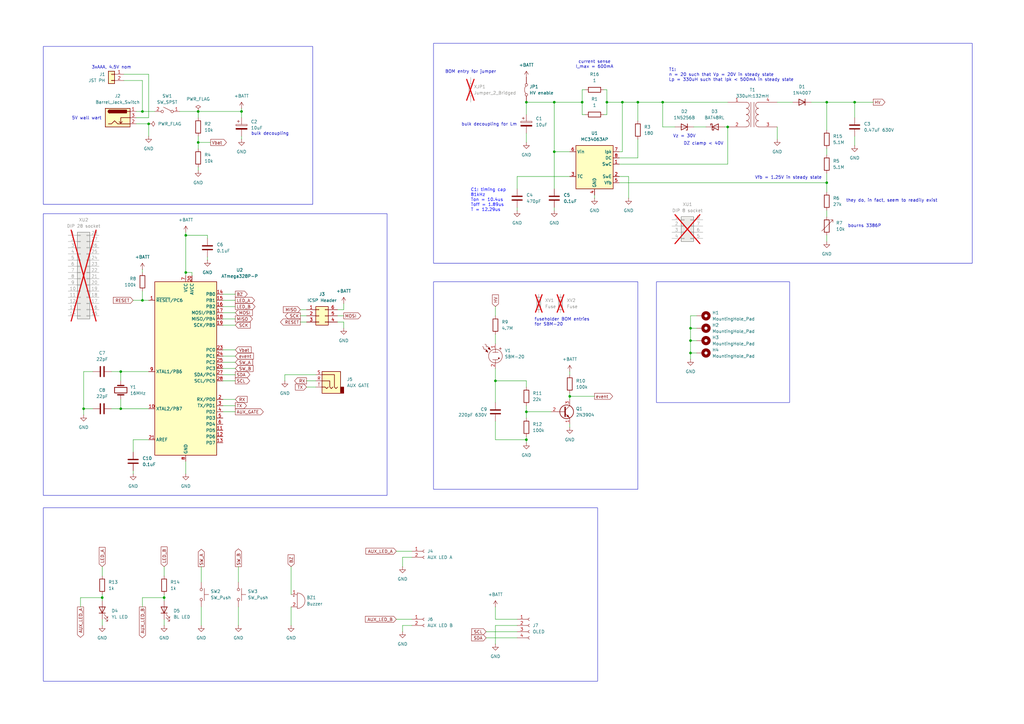
<source format=kicad_sch>
(kicad_sch
	(version 20250114)
	(generator "eeschema")
	(generator_version "9.0")
	(uuid "e16d4320-f27a-4c38-a6c6-a65ea8af0b5b")
	(paper "A3")
	
	(rectangle
		(start 17.78 208.28)
		(end 245.11 279.4)
		(stroke
			(width 0)
			(type default)
		)
		(fill
			(type none)
		)
		(uuid 196785f4-688b-4547-a114-e98ce61ad85b)
	)
	(rectangle
		(start 177.8 115.57)
		(end 261.62 200.66)
		(stroke
			(width 0)
			(type default)
		)
		(fill
			(type none)
		)
		(uuid 482be5c6-c1e9-4585-9624-b03f8a5c2c09)
	)
	(rectangle
		(start 17.78 87.63)
		(end 158.75 203.2)
		(stroke
			(width 0)
			(type default)
		)
		(fill
			(type none)
		)
		(uuid 84cd5bf0-14f0-4b55-996c-a44fe2d0678c)
	)
	(rectangle
		(start 269.24 115.57)
		(end 323.85 165.1)
		(stroke
			(width 0)
			(type default)
		)
		(fill
			(type none)
		)
		(uuid 889a1746-b7a8-4b1a-804c-c8635c15c110)
	)
	(rectangle
		(start 177.8 17.78)
		(end 398.78 107.95)
		(stroke
			(width 0)
			(type default)
		)
		(fill
			(type none)
		)
		(uuid 9c42127c-225c-4cd9-888f-bde48b52e03b)
	)
	(rectangle
		(start 17.78 19.05)
		(end 128.27 83.82)
		(stroke
			(width 0)
			(type default)
		)
		(fill
			(type none)
		)
		(uuid e48fc117-7f8f-434f-8f0d-b14153a0c928)
	)
	(text "fuseholder BOM entries\nfor SBM-20"
		(exclude_from_sim no)
		(at 219.202 132.08 0)
		(effects
			(font
				(size 1.27 1.27)
			)
			(justify left)
		)
		(uuid "04079b59-04a8-4e24-af90-89dc3276f051")
	)
	(text "they do, in fact, seem to readily exist"
		(exclude_from_sim no)
		(at 365.76 82.296 0)
		(effects
			(font
				(size 1.27 1.27)
			)
		)
		(uuid "10500602-702e-44ec-b93a-5f0a04574a5d")
	)
	(text "BOM entry for jumper"
		(exclude_from_sim no)
		(at 193.04 29.464 0)
		(effects
			(font
				(size 1.27 1.27)
			)
		)
		(uuid "409ce3aa-93bd-42e5-a0ed-eb1584933ba2")
	)
	(text "T1:\nn = 20 such that Vp = 20V in steady state\nLp = 330uH such that Ipk < 500mA in steady state"
		(exclude_from_sim no)
		(at 274.32 30.734 0)
		(effects
			(font
				(size 1.27 1.27)
			)
			(justify left)
		)
		(uuid "5437b04d-b636-4ef1-824b-5294b7f80adc")
	)
	(text "current sense\nI_max = 600mA"
		(exclude_from_sim no)
		(at 243.84 26.416 0)
		(effects
			(font
				(size 1.27 1.27)
			)
		)
		(uuid "727fb596-cb96-4f74-a586-0af789ac6fd8")
	)
	(text "Vz = 30V"
		(exclude_from_sim no)
		(at 280.67 55.88 0)
		(effects
			(font
				(size 1.27 1.27)
			)
		)
		(uuid "7cb280eb-2784-4a1b-9626-737510ab3359")
	)
	(text "bulk decoupling for Lm"
		(exclude_from_sim no)
		(at 200.66 51.054 0)
		(effects
			(font
				(size 1.27 1.27)
			)
		)
		(uuid "7eb4dbbe-8639-4c77-b015-0b39c3a0b05e")
	)
	(text "Vfb = 1.25V in steady state"
		(exclude_from_sim no)
		(at 323.342 72.898 0)
		(effects
			(font
				(size 1.27 1.27)
			)
		)
		(uuid "8b74fe1c-77e5-494e-a591-f74d397e19de")
	)
	(text "5V wall wart"
		(exclude_from_sim no)
		(at 35.56 48.514 0)
		(effects
			(font
				(size 1.27 1.27)
			)
		)
		(uuid "8b9f46bc-a932-4edd-b3b9-aec15ef4caba")
	)
	(text "bulk decoupling"
		(exclude_from_sim no)
		(at 110.744 54.864 0)
		(effects
			(font
				(size 1.27 1.27)
			)
		)
		(uuid "8fdba5f0-ddad-42b0-ac25-86599473456d")
	)
	(text "C1: timing cap\n81kHz\nTon = 10.4us\nToff = 1.89us\nT = 12.29us"
		(exclude_from_sim no)
		(at 193.04 82.042 0)
		(effects
			(font
				(size 1.27 1.27)
				(color 0 0 255 1)
			)
			(justify left)
		)
		(uuid "98673b86-529f-47a0-8075-a528bee8fadc")
	)
	(text "bourns 3386P"
		(exclude_from_sim no)
		(at 354.584 92.71 0)
		(effects
			(font
				(size 1.27 1.27)
			)
		)
		(uuid "9fd70b20-8766-4909-9bd2-c64b57a39be0")
	)
	(text "3xAAA, 4.5V nom"
		(exclude_from_sim no)
		(at 45.72 27.686 0)
		(effects
			(font
				(size 1.27 1.27)
			)
		)
		(uuid "c5ee644f-accd-4523-8548-9d1600583c4f")
	)
	(text "DZ clamp < 40V"
		(exclude_from_sim no)
		(at 288.544 58.928 0)
		(effects
			(font
				(size 1.27 1.27)
			)
		)
		(uuid "ff7854dd-023c-42a9-8cf1-a52fa8b77b6e")
	)
	(junction
		(at 99.06 45.72)
		(diameter 0)
		(color 0 0 0 0)
		(uuid "030a7882-c3af-46e8-b7aa-728e135e9c86")
	)
	(junction
		(at 339.09 41.91)
		(diameter 0)
		(color 0 0 0 0)
		(uuid "03a9532f-ef21-4bf0-af50-6a28237680fb")
	)
	(junction
		(at 271.78 41.91)
		(diameter 0)
		(color 0 0 0 0)
		(uuid "1a3bf33b-6f66-4e8d-bceb-f9314d5e7790")
	)
	(junction
		(at 298.45 52.07)
		(diameter 0)
		(color 0 0 0 0)
		(uuid "1a5b686e-148e-4d21-a827-72c7df1c3a27")
	)
	(junction
		(at 283.21 144.78)
		(diameter 0)
		(color 0 0 0 0)
		(uuid "1ee6d95d-695f-45f5-9047-295892dd454b")
	)
	(junction
		(at 203.2 156.21)
		(diameter 0)
		(color 0 0 0 0)
		(uuid "1f38c0b1-3a48-4e9c-a069-22958d6c4605")
	)
	(junction
		(at 215.9 180.34)
		(diameter 0)
		(color 0 0 0 0)
		(uuid "2dfb758c-d3a8-4d4d-9053-b9739f771570")
	)
	(junction
		(at 248.92 41.91)
		(diameter 0)
		(color 0 0 0 0)
		(uuid "40a7623c-2a4d-4bbf-8ce4-921d8fa3423c")
	)
	(junction
		(at 233.68 162.56)
		(diameter 0)
		(color 0 0 0 0)
		(uuid "43b64c64-8d73-414d-9263-5026c2ef7c3f")
	)
	(junction
		(at 41.91 245.11)
		(diameter 0)
		(color 0 0 0 0)
		(uuid "4d84b61e-27d6-43f9-a876-a3ce81173dec")
	)
	(junction
		(at 238.76 41.91)
		(diameter 0)
		(color 0 0 0 0)
		(uuid "4da7ee92-74ef-4dfd-bd42-c3392f60bc31")
	)
	(junction
		(at 49.53 167.64)
		(diameter 0)
		(color 0 0 0 0)
		(uuid "4e107895-b345-4752-bd77-9563b8c8403f")
	)
	(junction
		(at 227.33 41.91)
		(diameter 0)
		(color 0 0 0 0)
		(uuid "6453edac-16aa-47b3-b1d5-2c5ac8a26fae")
	)
	(junction
		(at 76.2 96.52)
		(diameter 0)
		(color 0 0 0 0)
		(uuid "6b98ea6e-2644-43c6-a55c-33b63dc28e16")
	)
	(junction
		(at 215.9 168.91)
		(diameter 0)
		(color 0 0 0 0)
		(uuid "6c97dfe0-099a-4b40-8402-c57d4fd5cd77")
	)
	(junction
		(at 81.28 45.72)
		(diameter 0)
		(color 0 0 0 0)
		(uuid "77daa1de-aacf-4d6c-82c3-45234be62f84")
	)
	(junction
		(at 81.28 58.42)
		(diameter 0)
		(color 0 0 0 0)
		(uuid "80fa2f75-a0a9-40cd-b2a6-10ab56ab64b9")
	)
	(junction
		(at 255.27 41.91)
		(diameter 0)
		(color 0 0 0 0)
		(uuid "90aca36e-5e47-44ae-bbf9-daeb0d20b01d")
	)
	(junction
		(at 227.33 62.23)
		(diameter 0)
		(color 0 0 0 0)
		(uuid "937a2bbc-3a1f-422e-91bc-e6c90e132fbc")
	)
	(junction
		(at 49.53 152.4)
		(diameter 0)
		(color 0 0 0 0)
		(uuid "94fd36e1-cb8a-4da5-9d80-ffe3c845a01e")
	)
	(junction
		(at 67.31 245.11)
		(diameter 0)
		(color 0 0 0 0)
		(uuid "9c9b51e4-7355-4d37-b72d-98e2b5b77f07")
	)
	(junction
		(at 58.42 45.72)
		(diameter 0)
		(color 0 0 0 0)
		(uuid "a8485ce6-48e0-49e4-92d6-b7a236256b31")
	)
	(junction
		(at 339.09 74.93)
		(diameter 0)
		(color 0 0 0 0)
		(uuid "a9cd8ae5-4b17-4c15-91bc-8b611b5a13d9")
	)
	(junction
		(at 283.21 139.7)
		(diameter 0)
		(color 0 0 0 0)
		(uuid "b3642d29-f291-4700-b600-098c44c7fd9d")
	)
	(junction
		(at 60.96 50.8)
		(diameter 0)
		(color 0 0 0 0)
		(uuid "b9854590-0120-42d0-9eee-db7edc72bcf6")
	)
	(junction
		(at 261.62 41.91)
		(diameter 0)
		(color 0 0 0 0)
		(uuid "ba7740da-eb71-4077-a405-e7d64440c9bb")
	)
	(junction
		(at 34.29 167.64)
		(diameter 0)
		(color 0 0 0 0)
		(uuid "c28210ec-5782-4075-acea-80306ab0cb6e")
	)
	(junction
		(at 283.21 134.62)
		(diameter 0)
		(color 0 0 0 0)
		(uuid "c7d8754f-4dd9-4bab-a449-f02c20f5f025")
	)
	(junction
		(at 215.9 41.91)
		(diameter 0)
		(color 0 0 0 0)
		(uuid "cb04d17f-105e-4dd9-b91a-8af52b8904ee")
	)
	(junction
		(at 76.2 111.76)
		(diameter 0)
		(color 0 0 0 0)
		(uuid "da801839-14de-49eb-a390-343eabada80a")
	)
	(junction
		(at 58.42 123.19)
		(diameter 0)
		(color 0 0 0 0)
		(uuid "ea592f06-40c4-4c51-b527-a25af8287ddb")
	)
	(junction
		(at 350.52 41.91)
		(diameter 0)
		(color 0 0 0 0)
		(uuid "fc728428-9deb-4ee2-9d37-b8ac79b2eafa")
	)
	(wire
		(pts
			(xy 85.09 105.41) (xy 85.09 106.68)
		)
		(stroke
			(width 0)
			(type default)
		)
		(uuid "00e6e451-3b70-4b9d-b041-d44a11929a60")
	)
	(wire
		(pts
			(xy 165.1 228.6) (xy 168.91 228.6)
		)
		(stroke
			(width 0)
			(type default)
		)
		(uuid "02d9bf4e-0d13-4e6e-a603-7f36c19858d3")
	)
	(wire
		(pts
			(xy 45.72 167.64) (xy 49.53 167.64)
		)
		(stroke
			(width 0)
			(type default)
		)
		(uuid "032d51bb-abb9-4226-a6a4-33f34e0701ee")
	)
	(wire
		(pts
			(xy 140.97 127) (xy 140.97 124.46)
		)
		(stroke
			(width 0)
			(type default)
		)
		(uuid "04a61c6b-2b19-4d03-ba4d-83816bbcd83b")
	)
	(wire
		(pts
			(xy 238.76 36.83) (xy 238.76 41.91)
		)
		(stroke
			(width 0)
			(type default)
		)
		(uuid "056eeb9e-de4d-43fa-b54e-17dfdeb0b1b2")
	)
	(wire
		(pts
			(xy 165.1 256.54) (xy 168.91 256.54)
		)
		(stroke
			(width 0)
			(type default)
		)
		(uuid "057be29e-5082-4840-be12-c53468ffea2e")
	)
	(wire
		(pts
			(xy 123.19 127) (xy 125.73 127)
		)
		(stroke
			(width 0)
			(type default)
		)
		(uuid "08a27f47-997e-4daa-a8c2-b2577056cab2")
	)
	(wire
		(pts
			(xy 243.84 80.01) (xy 243.84 81.28)
		)
		(stroke
			(width 0)
			(type default)
		)
		(uuid "090210bc-e6a1-44eb-9179-0228f1a572f0")
	)
	(wire
		(pts
			(xy 76.2 189.23) (xy 76.2 194.31)
		)
		(stroke
			(width 0)
			(type default)
		)
		(uuid "0a6590d0-cb30-417f-8908-322b559f464e")
	)
	(wire
		(pts
			(xy 203.2 151.13) (xy 203.2 156.21)
		)
		(stroke
			(width 0)
			(type default)
		)
		(uuid "0aec39f8-05ec-4f85-8607-b758ad0ef258")
	)
	(wire
		(pts
			(xy 254 74.93) (xy 339.09 74.93)
		)
		(stroke
			(width 0)
			(type default)
		)
		(uuid "0b7ec70f-7d77-4c66-8bd3-6268675ba267")
	)
	(wire
		(pts
			(xy 254 64.77) (xy 261.62 64.77)
		)
		(stroke
			(width 0)
			(type default)
		)
		(uuid "0c305428-bc47-4c23-b39d-c8fdf8c80ff0")
	)
	(wire
		(pts
			(xy 332.74 41.91) (xy 339.09 41.91)
		)
		(stroke
			(width 0)
			(type default)
		)
		(uuid "0dbc5bd2-1f56-4e3d-ba2c-d046582801f9")
	)
	(wire
		(pts
			(xy 212.09 85.09) (xy 212.09 86.36)
		)
		(stroke
			(width 0)
			(type default)
		)
		(uuid "0f10e0c6-62cd-45c8-b083-136b0d967036")
	)
	(wire
		(pts
			(xy 233.68 173.99) (xy 233.68 175.26)
		)
		(stroke
			(width 0)
			(type default)
		)
		(uuid "107b47c4-b32a-4dcb-90c1-fd77ccc25c7b")
	)
	(wire
		(pts
			(xy 99.06 55.88) (xy 99.06 57.15)
		)
		(stroke
			(width 0)
			(type default)
		)
		(uuid "126f1c8e-9100-4e25-b934-3c56d9900ed8")
	)
	(wire
		(pts
			(xy 283.21 147.32) (xy 283.21 144.78)
		)
		(stroke
			(width 0)
			(type default)
		)
		(uuid "12a56229-1766-4a9b-b74e-840deea01adb")
	)
	(wire
		(pts
			(xy 38.1 152.4) (xy 34.29 152.4)
		)
		(stroke
			(width 0)
			(type default)
		)
		(uuid "12e78101-db1f-4598-aa88-8061dc3ecd90")
	)
	(wire
		(pts
			(xy 41.91 243.84) (xy 41.91 245.11)
		)
		(stroke
			(width 0)
			(type default)
		)
		(uuid "15639941-577d-4678-acf4-dc73baf1b12f")
	)
	(wire
		(pts
			(xy 339.09 41.91) (xy 339.09 53.34)
		)
		(stroke
			(width 0)
			(type default)
		)
		(uuid "1667dbee-b8cd-4bdf-95f1-c1fa61df44d7")
	)
	(wire
		(pts
			(xy 203.2 180.34) (xy 215.9 180.34)
		)
		(stroke
			(width 0)
			(type default)
		)
		(uuid "1828a88a-efa9-460c-ab12-79a90d335be8")
	)
	(wire
		(pts
			(xy 227.33 62.23) (xy 227.33 77.47)
		)
		(stroke
			(width 0)
			(type default)
		)
		(uuid "18ae17b7-d011-45e8-b84c-5e1758021130")
	)
	(wire
		(pts
			(xy 76.2 111.76) (xy 78.74 111.76)
		)
		(stroke
			(width 0)
			(type default)
		)
		(uuid "1b203d25-7ee2-44b3-a568-070993b2de27")
	)
	(wire
		(pts
			(xy 81.28 45.72) (xy 81.28 48.26)
		)
		(stroke
			(width 0)
			(type default)
		)
		(uuid "1b38b47f-45f0-4db7-bcf0-52ee66bbef1c")
	)
	(wire
		(pts
			(xy 215.9 41.91) (xy 227.33 41.91)
		)
		(stroke
			(width 0)
			(type default)
		)
		(uuid "1ba0e9f0-3581-40bc-87b5-38d681379f5b")
	)
	(wire
		(pts
			(xy 60.96 50.8) (xy 60.96 55.88)
		)
		(stroke
			(width 0)
			(type default)
		)
		(uuid "1bbd8461-50c3-420c-bcd6-753904758b8c")
	)
	(wire
		(pts
			(xy 227.33 85.09) (xy 227.33 86.36)
		)
		(stroke
			(width 0)
			(type default)
		)
		(uuid "1eca7419-2ba2-4307-9fe9-747dfc31f98e")
	)
	(wire
		(pts
			(xy 119.38 248.92) (xy 119.38 256.54)
		)
		(stroke
			(width 0)
			(type default)
		)
		(uuid "2107306e-8369-4499-8d30-bbd7336976b1")
	)
	(wire
		(pts
			(xy 215.9 179.07) (xy 215.9 180.34)
		)
		(stroke
			(width 0)
			(type default)
		)
		(uuid "2291090a-722a-4955-a0e0-d18c8d687c4d")
	)
	(wire
		(pts
			(xy 215.9 54.61) (xy 215.9 58.42)
		)
		(stroke
			(width 0)
			(type default)
		)
		(uuid "2321b175-e39c-461a-9903-bf970679b60a")
	)
	(wire
		(pts
			(xy 199.39 259.08) (xy 212.09 259.08)
		)
		(stroke
			(width 0)
			(type default)
		)
		(uuid "232abf53-29d3-460f-bfb3-85e1198b92db")
	)
	(wire
		(pts
			(xy 125.73 158.75) (xy 129.54 158.75)
		)
		(stroke
			(width 0)
			(type default)
		)
		(uuid "23908399-016b-4f6f-9918-d4097724d23f")
	)
	(wire
		(pts
			(xy 81.28 55.88) (xy 81.28 58.42)
		)
		(stroke
			(width 0)
			(type default)
		)
		(uuid "2759cb92-b136-4c3b-b4b0-5abca8f238e3")
	)
	(wire
		(pts
			(xy 91.44 156.21) (xy 96.52 156.21)
		)
		(stroke
			(width 0)
			(type default)
		)
		(uuid "28109f70-b83a-4a0c-99a3-c462e1ffccc5")
	)
	(wire
		(pts
			(xy 257.81 72.39) (xy 257.81 81.28)
		)
		(stroke
			(width 0)
			(type default)
		)
		(uuid "2841b484-8aa4-4fd1-9eb5-8576250ce892")
	)
	(wire
		(pts
			(xy 78.74 111.76) (xy 78.74 113.03)
		)
		(stroke
			(width 0)
			(type default)
		)
		(uuid "292ca80c-a3a2-48e7-815c-68ca17bf5e47")
	)
	(wire
		(pts
			(xy 41.91 232.41) (xy 41.91 236.22)
		)
		(stroke
			(width 0)
			(type default)
		)
		(uuid "2d27f9b6-30a4-46d3-9061-2f5e0a483bb7")
	)
	(wire
		(pts
			(xy 91.44 130.81) (xy 96.52 130.81)
		)
		(stroke
			(width 0)
			(type default)
		)
		(uuid "32126a8a-08ef-4bb1-a3ad-e64f7ce4a777")
	)
	(wire
		(pts
			(xy 116.84 153.67) (xy 129.54 153.67)
		)
		(stroke
			(width 0)
			(type default)
		)
		(uuid "3215fa4b-15a1-4f12-a697-a0cfe4c72630")
	)
	(wire
		(pts
			(xy 91.44 168.91) (xy 96.52 168.91)
		)
		(stroke
			(width 0)
			(type default)
		)
		(uuid "34dc240a-ae18-4eb5-8a63-099e1dca7254")
	)
	(wire
		(pts
			(xy 60.96 48.26) (xy 55.88 48.26)
		)
		(stroke
			(width 0)
			(type default)
		)
		(uuid "352ce50a-6ce0-4448-a83b-614b43017ed1")
	)
	(wire
		(pts
			(xy 91.44 151.13) (xy 96.52 151.13)
		)
		(stroke
			(width 0)
			(type default)
		)
		(uuid "36fe8a03-d122-4bc0-9f04-42dfb6539fc0")
	)
	(wire
		(pts
			(xy 162.56 226.06) (xy 168.91 226.06)
		)
		(stroke
			(width 0)
			(type default)
		)
		(uuid "3a203e45-30c8-4f88-bb9b-aa1698cfbabc")
	)
	(wire
		(pts
			(xy 49.53 167.64) (xy 60.96 167.64)
		)
		(stroke
			(width 0)
			(type default)
		)
		(uuid "3a92736a-f642-4dba-9658-0aa04b0e4130")
	)
	(wire
		(pts
			(xy 99.06 45.72) (xy 99.06 44.45)
		)
		(stroke
			(width 0)
			(type default)
		)
		(uuid "3b20f1c5-5289-4b2b-84f9-826479c52d94")
	)
	(wire
		(pts
			(xy 240.03 46.99) (xy 238.76 46.99)
		)
		(stroke
			(width 0)
			(type default)
		)
		(uuid "3c08b239-dab5-44f5-97a2-29f1c6507281")
	)
	(wire
		(pts
			(xy 91.44 163.83) (xy 96.52 163.83)
		)
		(stroke
			(width 0)
			(type default)
		)
		(uuid "3d12dc8a-7b3d-471d-959f-59d302ddf7e2")
	)
	(wire
		(pts
			(xy 203.2 256.54) (xy 212.09 256.54)
		)
		(stroke
			(width 0)
			(type default)
		)
		(uuid "40de42a2-c220-4d8d-b43d-9c800740f3a6")
	)
	(wire
		(pts
			(xy 67.31 245.11) (xy 67.31 246.38)
		)
		(stroke
			(width 0)
			(type default)
		)
		(uuid "42133a16-1e21-48cd-9664-fa6e9d4ef5f1")
	)
	(wire
		(pts
			(xy 54.61 123.19) (xy 58.42 123.19)
		)
		(stroke
			(width 0)
			(type default)
		)
		(uuid "42d7b7fc-3668-42b9-9927-53136a4d82cf")
	)
	(wire
		(pts
			(xy 339.09 71.12) (xy 339.09 74.93)
		)
		(stroke
			(width 0)
			(type default)
		)
		(uuid "45319508-fea6-418f-86af-5b340bf7f47a")
	)
	(wire
		(pts
			(xy 49.53 163.83) (xy 49.53 167.64)
		)
		(stroke
			(width 0)
			(type default)
		)
		(uuid "47372fc5-ec9c-4b4c-b080-5bd294c89bc3")
	)
	(wire
		(pts
			(xy 60.96 180.34) (xy 54.61 180.34)
		)
		(stroke
			(width 0)
			(type default)
		)
		(uuid "47601e4a-18cd-45b6-a7ee-eae131a41c61")
	)
	(wire
		(pts
			(xy 138.43 129.54) (xy 140.97 129.54)
		)
		(stroke
			(width 0)
			(type default)
		)
		(uuid "47a2517b-2169-43b9-b39e-b31ce5cd5e22")
	)
	(wire
		(pts
			(xy 261.62 41.91) (xy 271.78 41.91)
		)
		(stroke
			(width 0)
			(type default)
		)
		(uuid "48514aa9-cd5a-4924-b86b-d743013cd4e8")
	)
	(wire
		(pts
			(xy 233.68 162.56) (xy 233.68 163.83)
		)
		(stroke
			(width 0)
			(type default)
		)
		(uuid "48bcd57f-856e-423f-8fe7-f1b3b10b4295")
	)
	(wire
		(pts
			(xy 203.2 256.54) (xy 203.2 264.16)
		)
		(stroke
			(width 0)
			(type default)
		)
		(uuid "48e68188-64dc-4111-ad2c-51bb70692e8c")
	)
	(wire
		(pts
			(xy 318.77 52.07) (xy 318.77 57.15)
		)
		(stroke
			(width 0)
			(type default)
		)
		(uuid "4ce73a02-8006-4588-9b38-9fabb08d2a89")
	)
	(wire
		(pts
			(xy 247.65 36.83) (xy 248.92 36.83)
		)
		(stroke
			(width 0)
			(type default)
		)
		(uuid "4e2d4746-f8ee-4825-b7d6-c773c2de6cae")
	)
	(wire
		(pts
			(xy 298.45 67.31) (xy 254 67.31)
		)
		(stroke
			(width 0)
			(type default)
		)
		(uuid "4ec821bb-c4e8-4733-90da-748ea190d3fa")
	)
	(wire
		(pts
			(xy 49.53 156.21) (xy 49.53 152.4)
		)
		(stroke
			(width 0)
			(type default)
		)
		(uuid "559e2b6c-333f-418f-b2bb-bd2708c4e23b")
	)
	(wire
		(pts
			(xy 123.19 129.54) (xy 125.73 129.54)
		)
		(stroke
			(width 0)
			(type default)
		)
		(uuid "56765c99-23ca-4ae2-a760-3a718b290a6d")
	)
	(wire
		(pts
			(xy 284.48 52.07) (xy 289.56 52.07)
		)
		(stroke
			(width 0)
			(type default)
		)
		(uuid "580e6182-041b-4d4b-ae6c-27732f6a20aa")
	)
	(wire
		(pts
			(xy 123.19 132.08) (xy 125.73 132.08)
		)
		(stroke
			(width 0)
			(type default)
		)
		(uuid "5b5b5971-a84e-4740-a7db-6fd614a9bd7c")
	)
	(wire
		(pts
			(xy 58.42 110.49) (xy 58.42 111.76)
		)
		(stroke
			(width 0)
			(type default)
		)
		(uuid "5b5e20f8-9921-45be-8004-ec9f58a42666")
	)
	(wire
		(pts
			(xy 350.52 48.26) (xy 350.52 41.91)
		)
		(stroke
			(width 0)
			(type default)
		)
		(uuid "5bfadd90-157e-47cf-8524-a104616ffb59")
	)
	(wire
		(pts
			(xy 255.27 41.91) (xy 261.62 41.91)
		)
		(stroke
			(width 0)
			(type default)
		)
		(uuid "5c4f39f1-a27b-4c41-a914-69cfe7ae8d1c")
	)
	(wire
		(pts
			(xy 215.9 166.37) (xy 215.9 168.91)
		)
		(stroke
			(width 0)
			(type default)
		)
		(uuid "5d5db1f9-212c-4607-91e7-b9686848a455")
	)
	(wire
		(pts
			(xy 82.55 248.92) (xy 82.55 256.54)
		)
		(stroke
			(width 0)
			(type default)
		)
		(uuid "5ff30307-a51c-4a84-a34b-c660aa4304db")
	)
	(wire
		(pts
			(xy 76.2 96.52) (xy 85.09 96.52)
		)
		(stroke
			(width 0)
			(type default)
		)
		(uuid "60d728ac-1c80-41cc-b8e0-64295b99e7eb")
	)
	(wire
		(pts
			(xy 140.97 132.08) (xy 138.43 132.08)
		)
		(stroke
			(width 0)
			(type default)
		)
		(uuid "62cf47d2-6cf2-43ee-91b1-db096d3e6779")
	)
	(wire
		(pts
			(xy 318.77 41.91) (xy 325.12 41.91)
		)
		(stroke
			(width 0)
			(type default)
		)
		(uuid "65c1e7ea-20bb-4c81-925f-2004682c8942")
	)
	(wire
		(pts
			(xy 82.55 232.41) (xy 82.55 238.76)
		)
		(stroke
			(width 0)
			(type default)
		)
		(uuid "6721267d-5131-4f9e-ad13-a683a995f727")
	)
	(wire
		(pts
			(xy 203.2 248.92) (xy 203.2 254)
		)
		(stroke
			(width 0)
			(type default)
		)
		(uuid "69a5e28a-4559-4ad2-a201-732d2b54c7b9")
	)
	(wire
		(pts
			(xy 58.42 248.92) (xy 58.42 245.11)
		)
		(stroke
			(width 0)
			(type default)
		)
		(uuid "6c4dddd8-afb7-485c-8ed7-9afba28119db")
	)
	(wire
		(pts
			(xy 125.73 156.21) (xy 129.54 156.21)
		)
		(stroke
			(width 0)
			(type default)
		)
		(uuid "6c6c2e03-6013-4fa4-b602-dac2e47fb9c4")
	)
	(wire
		(pts
			(xy 212.09 72.39) (xy 233.68 72.39)
		)
		(stroke
			(width 0)
			(type default)
		)
		(uuid "6ef6e0d1-d577-4056-ad83-e0cc6530ad96")
	)
	(wire
		(pts
			(xy 50.8 30.48) (xy 60.96 30.48)
		)
		(stroke
			(width 0)
			(type default)
		)
		(uuid "704f83f9-8577-459a-a62a-2991efdf8d23")
	)
	(wire
		(pts
			(xy 339.09 96.52) (xy 339.09 99.06)
		)
		(stroke
			(width 0)
			(type default)
		)
		(uuid "70a57430-f800-4169-b167-bd515b1fca3d")
	)
	(wire
		(pts
			(xy 41.91 245.11) (xy 41.91 246.38)
		)
		(stroke
			(width 0)
			(type default)
		)
		(uuid "7179c513-6b92-48c6-bbd2-1f745030e7be")
	)
	(wire
		(pts
			(xy 203.2 125.73) (xy 203.2 129.54)
		)
		(stroke
			(width 0)
			(type default)
		)
		(uuid "72e41776-5112-49b7-8ade-6736f3fcf42f")
	)
	(wire
		(pts
			(xy 283.21 129.54) (xy 285.75 129.54)
		)
		(stroke
			(width 0)
			(type default)
		)
		(uuid "7314d92d-143d-40b0-893c-ce06d1bf9282")
	)
	(wire
		(pts
			(xy 91.44 125.73) (xy 96.52 125.73)
		)
		(stroke
			(width 0)
			(type default)
		)
		(uuid "732c7f74-bdbd-4a6b-af2c-4dd7af9fab0b")
	)
	(wire
		(pts
			(xy 45.72 152.4) (xy 49.53 152.4)
		)
		(stroke
			(width 0)
			(type default)
		)
		(uuid "737b2ee6-afc6-45cd-bde3-18cff3cc90de")
	)
	(wire
		(pts
			(xy 215.9 180.34) (xy 215.9 181.61)
		)
		(stroke
			(width 0)
			(type default)
		)
		(uuid "75efe9ea-5010-45fd-9f57-fdd56c981f1c")
	)
	(wire
		(pts
			(xy 33.02 248.92) (xy 33.02 245.11)
		)
		(stroke
			(width 0)
			(type default)
		)
		(uuid "75fd0d98-01bf-440b-ae07-b5e4bc00d891")
	)
	(wire
		(pts
			(xy 254 62.23) (xy 255.27 62.23)
		)
		(stroke
			(width 0)
			(type default)
		)
		(uuid "76d366fb-560f-4f16-bcd2-fb2b6dda38d6")
	)
	(wire
		(pts
			(xy 55.88 45.72) (xy 58.42 45.72)
		)
		(stroke
			(width 0)
			(type default)
		)
		(uuid "77f2823c-a02f-4c5f-97c4-4b860758f2d7")
	)
	(wire
		(pts
			(xy 339.09 60.96) (xy 339.09 63.5)
		)
		(stroke
			(width 0)
			(type default)
		)
		(uuid "793d0d25-8909-48ac-9c7f-6bf36f8f2183")
	)
	(wire
		(pts
			(xy 81.28 58.42) (xy 86.36 58.42)
		)
		(stroke
			(width 0)
			(type default)
		)
		(uuid "7db43b06-17b7-4bea-b1a9-9df88a0d04c6")
	)
	(wire
		(pts
			(xy 350.52 55.88) (xy 350.52 59.69)
		)
		(stroke
			(width 0)
			(type default)
		)
		(uuid "7e859e2e-445d-4691-aefc-917e0cd6058a")
	)
	(wire
		(pts
			(xy 99.06 45.72) (xy 99.06 48.26)
		)
		(stroke
			(width 0)
			(type default)
		)
		(uuid "7f6947e9-a8cc-4f41-8c57-2177dd48fd72")
	)
	(wire
		(pts
			(xy 58.42 245.11) (xy 67.31 245.11)
		)
		(stroke
			(width 0)
			(type default)
		)
		(uuid "8219bad1-19c1-48b5-af7b-72864e322d74")
	)
	(wire
		(pts
			(xy 233.68 161.29) (xy 233.68 162.56)
		)
		(stroke
			(width 0)
			(type default)
		)
		(uuid "82e54d67-1b22-4aee-8939-aa95e1244731")
	)
	(wire
		(pts
			(xy 81.28 68.58) (xy 81.28 69.85)
		)
		(stroke
			(width 0)
			(type default)
		)
		(uuid "854b4346-b28b-4ef9-96ed-f64bb9458088")
	)
	(wire
		(pts
			(xy 165.1 232.41) (xy 165.1 228.6)
		)
		(stroke
			(width 0)
			(type default)
		)
		(uuid "8559e47c-282a-4053-9756-5536bffd07d2")
	)
	(wire
		(pts
			(xy 297.18 52.07) (xy 298.45 52.07)
		)
		(stroke
			(width 0)
			(type default)
		)
		(uuid "8681ba80-cb3c-462e-b369-8c8ab00377f9")
	)
	(wire
		(pts
			(xy 73.66 45.72) (xy 81.28 45.72)
		)
		(stroke
			(width 0)
			(type default)
		)
		(uuid "87621af9-fcda-420c-a3c8-eaa78364554a")
	)
	(wire
		(pts
			(xy 212.09 77.47) (xy 212.09 72.39)
		)
		(stroke
			(width 0)
			(type default)
		)
		(uuid "8a67f9d6-10be-46bd-b7a6-113bda979953")
	)
	(wire
		(pts
			(xy 233.68 152.4) (xy 233.68 153.67)
		)
		(stroke
			(width 0)
			(type default)
		)
		(uuid "8c1ea7de-ef46-43fe-998c-b3cbc84c80ef")
	)
	(wire
		(pts
			(xy 227.33 62.23) (xy 233.68 62.23)
		)
		(stroke
			(width 0)
			(type default)
		)
		(uuid "8cfcfc93-7f4b-4b07-af4f-e90528bd44d5")
	)
	(wire
		(pts
			(xy 67.31 243.84) (xy 67.31 245.11)
		)
		(stroke
			(width 0)
			(type default)
		)
		(uuid "8e14b022-cb58-4748-9201-8eb46a40fd24")
	)
	(wire
		(pts
			(xy 138.43 127) (xy 140.97 127)
		)
		(stroke
			(width 0)
			(type default)
		)
		(uuid "8e375f3b-72b1-4b25-80fe-0731fd540165")
	)
	(wire
		(pts
			(xy 85.09 96.52) (xy 85.09 97.79)
		)
		(stroke
			(width 0)
			(type default)
		)
		(uuid "8eb549f1-7cc8-42f3-811d-d376ffd1c0d5")
	)
	(wire
		(pts
			(xy 255.27 41.91) (xy 255.27 62.23)
		)
		(stroke
			(width 0)
			(type default)
		)
		(uuid "90fefcfb-4267-49eb-927f-a262c7dd391a")
	)
	(wire
		(pts
			(xy 227.33 41.91) (xy 238.76 41.91)
		)
		(stroke
			(width 0)
			(type default)
		)
		(uuid "926d573e-9930-4f06-a7f8-9207f41bf856")
	)
	(wire
		(pts
			(xy 33.02 245.11) (xy 41.91 245.11)
		)
		(stroke
			(width 0)
			(type default)
		)
		(uuid "96fa8e0f-c0c4-405d-8d2c-e5bd2e522562")
	)
	(wire
		(pts
			(xy 257.81 72.39) (xy 254 72.39)
		)
		(stroke
			(width 0)
			(type default)
		)
		(uuid "975638d0-5575-4598-bc71-95a0e327aeed")
	)
	(wire
		(pts
			(xy 91.44 128.27) (xy 96.52 128.27)
		)
		(stroke
			(width 0)
			(type default)
		)
		(uuid "9767015d-6e21-421b-bac8-f9cb18b96b6c")
	)
	(wire
		(pts
			(xy 119.38 232.41) (xy 119.38 243.84)
		)
		(stroke
			(width 0)
			(type default)
		)
		(uuid "99bd7052-be4c-4802-9f77-41145b96ac11")
	)
	(wire
		(pts
			(xy 283.21 139.7) (xy 285.75 139.7)
		)
		(stroke
			(width 0)
			(type default)
		)
		(uuid "9a5d90d1-0692-4250-ad15-d55b46b1c015")
	)
	(wire
		(pts
			(xy 350.52 41.91) (xy 358.14 41.91)
		)
		(stroke
			(width 0)
			(type default)
		)
		(uuid "9a7356ff-0a13-4168-b1ba-0a6c823ca5eb")
	)
	(wire
		(pts
			(xy 41.91 254) (xy 41.91 256.54)
		)
		(stroke
			(width 0)
			(type default)
		)
		(uuid "9c23f6f8-2658-4ec8-9913-5f6652ec6663")
	)
	(wire
		(pts
			(xy 215.9 168.91) (xy 226.06 168.91)
		)
		(stroke
			(width 0)
			(type default)
		)
		(uuid "9cd211de-f2bf-4ab4-a739-40b3c60d8fc0")
	)
	(wire
		(pts
			(xy 215.9 158.75) (xy 215.9 156.21)
		)
		(stroke
			(width 0)
			(type default)
		)
		(uuid "9dfcd030-951e-4358-bb33-7311e8a2e31f")
	)
	(wire
		(pts
			(xy 240.03 36.83) (xy 238.76 36.83)
		)
		(stroke
			(width 0)
			(type default)
		)
		(uuid "9e84d908-468b-4a09-b807-6a13bed92996")
	)
	(wire
		(pts
			(xy 215.9 156.21) (xy 203.2 156.21)
		)
		(stroke
			(width 0)
			(type default)
		)
		(uuid "9fe3c330-255a-4df2-9b60-5adaa6ec444c")
	)
	(wire
		(pts
			(xy 58.42 33.02) (xy 58.42 45.72)
		)
		(stroke
			(width 0)
			(type default)
		)
		(uuid "a1db42d7-e7d8-4c78-bf8d-d732607b783d")
	)
	(wire
		(pts
			(xy 60.96 30.48) (xy 60.96 48.26)
		)
		(stroke
			(width 0)
			(type default)
		)
		(uuid "a3535f94-3e89-4283-aab7-e2731375930e")
	)
	(wire
		(pts
			(xy 283.21 144.78) (xy 285.75 144.78)
		)
		(stroke
			(width 0)
			(type default)
		)
		(uuid "a3d83208-bb11-4e57-bf3c-4e6a0e801ea8")
	)
	(wire
		(pts
			(xy 34.29 167.64) (xy 38.1 167.64)
		)
		(stroke
			(width 0)
			(type default)
		)
		(uuid "a4de3919-a8fa-4e94-9c6f-c9338e3796c3")
	)
	(wire
		(pts
			(xy 248.92 41.91) (xy 255.27 41.91)
		)
		(stroke
			(width 0)
			(type default)
		)
		(uuid "a4e5f2a7-e4dc-48d1-92a9-6ccaae38419b")
	)
	(wire
		(pts
			(xy 34.29 152.4) (xy 34.29 167.64)
		)
		(stroke
			(width 0)
			(type default)
		)
		(uuid "a608d7ad-b749-4130-be7f-2ccb1011897a")
	)
	(wire
		(pts
			(xy 248.92 36.83) (xy 248.92 41.91)
		)
		(stroke
			(width 0)
			(type default)
		)
		(uuid "a60e8dc9-5514-45a5-be8e-4e938b52adfc")
	)
	(wire
		(pts
			(xy 91.44 133.35) (xy 96.52 133.35)
		)
		(stroke
			(width 0)
			(type default)
		)
		(uuid "a645cafc-224b-42d5-b865-9475c13f064d")
	)
	(wire
		(pts
			(xy 76.2 96.52) (xy 76.2 111.76)
		)
		(stroke
			(width 0)
			(type default)
		)
		(uuid "a65ce74a-21f2-4597-9f47-6e42506105a4")
	)
	(wire
		(pts
			(xy 67.31 232.41) (xy 67.31 236.22)
		)
		(stroke
			(width 0)
			(type default)
		)
		(uuid "a69f2888-143d-4d3f-8c78-dca2e5d2fe69")
	)
	(wire
		(pts
			(xy 91.44 166.37) (xy 96.52 166.37)
		)
		(stroke
			(width 0)
			(type default)
		)
		(uuid "a82eec44-13c9-4fc6-915b-c84c6383b2cd")
	)
	(wire
		(pts
			(xy 283.21 134.62) (xy 283.21 129.54)
		)
		(stroke
			(width 0)
			(type default)
		)
		(uuid "a86af193-f3a6-4c65-bae8-d6339e44d9d2")
	)
	(wire
		(pts
			(xy 227.33 41.91) (xy 227.33 62.23)
		)
		(stroke
			(width 0)
			(type default)
		)
		(uuid "aeb578be-1318-4992-b30a-1f2b93da9f8b")
	)
	(wire
		(pts
			(xy 97.79 232.41) (xy 97.79 238.76)
		)
		(stroke
			(width 0)
			(type default)
		)
		(uuid "b150236d-baf1-4d30-96fe-cb80bddc9cbe")
	)
	(wire
		(pts
			(xy 140.97 134.62) (xy 140.97 132.08)
		)
		(stroke
			(width 0)
			(type default)
		)
		(uuid "b2e87674-c987-4321-8ec7-d7bb4166c18f")
	)
	(wire
		(pts
			(xy 283.21 134.62) (xy 285.75 134.62)
		)
		(stroke
			(width 0)
			(type default)
		)
		(uuid "b38419e5-7123-45d3-a11a-31dd082f88e5")
	)
	(wire
		(pts
			(xy 203.2 254) (xy 212.09 254)
		)
		(stroke
			(width 0)
			(type default)
		)
		(uuid "b654ab5f-6b35-4522-bddc-1d1634704d0b")
	)
	(wire
		(pts
			(xy 243.84 162.56) (xy 233.68 162.56)
		)
		(stroke
			(width 0)
			(type default)
		)
		(uuid "ba8872e8-d549-41d2-a753-4dd685a39349")
	)
	(wire
		(pts
			(xy 81.28 58.42) (xy 81.28 60.96)
		)
		(stroke
			(width 0)
			(type default)
		)
		(uuid "bb5752fa-77f1-437a-a448-183aa9d5a2ba")
	)
	(wire
		(pts
			(xy 50.8 33.02) (xy 58.42 33.02)
		)
		(stroke
			(width 0)
			(type default)
		)
		(uuid "bcdf9d8b-1df0-40a4-89ad-bdb4e205ddfd")
	)
	(wire
		(pts
			(xy 238.76 46.99) (xy 238.76 41.91)
		)
		(stroke
			(width 0)
			(type default)
		)
		(uuid "be2b32fb-53ee-4963-8474-ec0e6ef7645f")
	)
	(wire
		(pts
			(xy 91.44 123.19) (xy 96.52 123.19)
		)
		(stroke
			(width 0)
			(type default)
		)
		(uuid "be2ffdaf-ff8b-4949-8018-456d7e303f36")
	)
	(wire
		(pts
			(xy 49.53 152.4) (xy 60.96 152.4)
		)
		(stroke
			(width 0)
			(type default)
		)
		(uuid "c0047959-a4f5-48b9-b399-569a9a094bf3")
	)
	(wire
		(pts
			(xy 261.62 57.15) (xy 261.62 64.77)
		)
		(stroke
			(width 0)
			(type default)
		)
		(uuid "c0469095-032e-4c52-a458-1984fcd125f0")
	)
	(wire
		(pts
			(xy 261.62 41.91) (xy 261.62 49.53)
		)
		(stroke
			(width 0)
			(type default)
		)
		(uuid "c07bec8c-5a4d-466d-929a-acc596df4c0c")
	)
	(wire
		(pts
			(xy 339.09 41.91) (xy 350.52 41.91)
		)
		(stroke
			(width 0)
			(type default)
		)
		(uuid "c2000b60-67be-447b-a5a6-ecdf6e96e835")
	)
	(wire
		(pts
			(xy 58.42 123.19) (xy 60.96 123.19)
		)
		(stroke
			(width 0)
			(type default)
		)
		(uuid "c4580300-b5d0-4c5b-b1e8-c658a5b23d0f")
	)
	(wire
		(pts
			(xy 58.42 45.72) (xy 63.5 45.72)
		)
		(stroke
			(width 0)
			(type default)
		)
		(uuid "c4c471a8-f5d7-4b64-8954-e80e7f49effc")
	)
	(wire
		(pts
			(xy 283.21 139.7) (xy 283.21 134.62)
		)
		(stroke
			(width 0)
			(type default)
		)
		(uuid "c4d24786-873b-4e05-9446-0f10c82b99ce")
	)
	(wire
		(pts
			(xy 91.44 120.65) (xy 96.52 120.65)
		)
		(stroke
			(width 0)
			(type default)
		)
		(uuid "c70b2fcb-1a14-4e9b-875f-cc7a77275123")
	)
	(wire
		(pts
			(xy 91.44 153.67) (xy 96.52 153.67)
		)
		(stroke
			(width 0)
			(type default)
		)
		(uuid "c87d5d43-c5b0-4e3c-9df3-35171b11a85f")
	)
	(wire
		(pts
			(xy 162.56 254) (xy 168.91 254)
		)
		(stroke
			(width 0)
			(type default)
		)
		(uuid "cb1beb14-d6b9-4502-8d31-507747ac98bc")
	)
	(wire
		(pts
			(xy 34.29 167.64) (xy 34.29 170.18)
		)
		(stroke
			(width 0)
			(type default)
		)
		(uuid "cd3fd1d4-c6eb-4de2-a6a8-614e7b6cfbbf")
	)
	(wire
		(pts
			(xy 199.39 261.62) (xy 212.09 261.62)
		)
		(stroke
			(width 0)
			(type default)
		)
		(uuid "ce4f78cf-e7ba-4efa-9e34-41423a7463f2")
	)
	(wire
		(pts
			(xy 203.2 137.16) (xy 203.2 140.97)
		)
		(stroke
			(width 0)
			(type default)
		)
		(uuid "ceabb8bf-eb21-4d39-9cec-7ad31b47c322")
	)
	(wire
		(pts
			(xy 271.78 52.07) (xy 271.78 41.91)
		)
		(stroke
			(width 0)
			(type default)
		)
		(uuid "cf3ddbc2-d5ec-4d2b-a749-0f75131b394f")
	)
	(wire
		(pts
			(xy 247.65 46.99) (xy 248.92 46.99)
		)
		(stroke
			(width 0)
			(type default)
		)
		(uuid "cfca5eb8-9881-4635-90fc-0d79a7165418")
	)
	(wire
		(pts
			(xy 54.61 180.34) (xy 54.61 185.42)
		)
		(stroke
			(width 0)
			(type default)
		)
		(uuid "d0f08108-00e3-4628-9448-0589d29358d7")
	)
	(wire
		(pts
			(xy 91.44 143.51) (xy 96.52 143.51)
		)
		(stroke
			(width 0)
			(type default)
		)
		(uuid "d1edf89f-982c-4379-8ef4-a5dfdf8c27ee")
	)
	(wire
		(pts
			(xy 76.2 113.03) (xy 76.2 111.76)
		)
		(stroke
			(width 0)
			(type default)
		)
		(uuid "d4ed5b65-074d-4ae5-8d7b-6440ce35b71a")
	)
	(wire
		(pts
			(xy 91.44 148.59) (xy 96.52 148.59)
		)
		(stroke
			(width 0)
			(type default)
		)
		(uuid "dd53733e-e9de-4f45-83cc-29a09d44a79f")
	)
	(wire
		(pts
			(xy 91.44 146.05) (xy 96.52 146.05)
		)
		(stroke
			(width 0)
			(type default)
		)
		(uuid "de664b84-26d2-4d9e-8768-ea0d062f3865")
	)
	(wire
		(pts
			(xy 215.9 168.91) (xy 215.9 171.45)
		)
		(stroke
			(width 0)
			(type default)
		)
		(uuid "e20ed165-c38f-4c86-a5e3-de78b418f6f4")
	)
	(wire
		(pts
			(xy 271.78 41.91) (xy 298.45 41.91)
		)
		(stroke
			(width 0)
			(type default)
		)
		(uuid "e378fc5b-1fae-4ea8-8f3b-cd68deefbe67")
	)
	(wire
		(pts
			(xy 67.31 254) (xy 67.31 256.54)
		)
		(stroke
			(width 0)
			(type default)
		)
		(uuid "e5e050f0-bd26-42b0-887f-85312042d3e2")
	)
	(wire
		(pts
			(xy 283.21 144.78) (xy 283.21 139.7)
		)
		(stroke
			(width 0)
			(type default)
		)
		(uuid "e798cc93-7978-41c9-8120-968376f913bb")
	)
	(wire
		(pts
			(xy 54.61 193.04) (xy 54.61 194.31)
		)
		(stroke
			(width 0)
			(type default)
		)
		(uuid "ee79dcbf-0d26-45b9-9fa8-d446c2505fd9")
	)
	(wire
		(pts
			(xy 97.79 248.92) (xy 97.79 256.54)
		)
		(stroke
			(width 0)
			(type default)
		)
		(uuid "ee9f77d9-7178-4d77-8e40-c284443e0982")
	)
	(wire
		(pts
			(xy 58.42 119.38) (xy 58.42 123.19)
		)
		(stroke
			(width 0)
			(type default)
		)
		(uuid "ef1b5228-806c-4096-b6d0-d418408310e5")
	)
	(wire
		(pts
			(xy 55.88 50.8) (xy 60.96 50.8)
		)
		(stroke
			(width 0)
			(type default)
		)
		(uuid "f1c993ca-1cfa-4225-bc95-0ab7ece83324")
	)
	(wire
		(pts
			(xy 203.2 172.72) (xy 203.2 180.34)
		)
		(stroke
			(width 0)
			(type default)
		)
		(uuid "f416e7d8-e09d-4f47-b4d0-f83c31c850f0")
	)
	(wire
		(pts
			(xy 248.92 46.99) (xy 248.92 41.91)
		)
		(stroke
			(width 0)
			(type default)
		)
		(uuid "f4bf7d5b-fad5-4cce-a077-6479d87fc53c")
	)
	(wire
		(pts
			(xy 76.2 95.25) (xy 76.2 96.52)
		)
		(stroke
			(width 0)
			(type default)
		)
		(uuid "f5acfc24-ffa7-4339-9618-a077939464f0")
	)
	(wire
		(pts
			(xy 215.9 46.99) (xy 215.9 41.91)
		)
		(stroke
			(width 0)
			(type default)
		)
		(uuid "f7d799ae-6f57-450e-947b-7a5f2fc49b3e")
	)
	(wire
		(pts
			(xy 116.84 156.21) (xy 116.84 153.67)
		)
		(stroke
			(width 0)
			(type default)
		)
		(uuid "f863f190-9546-4c3e-bd04-4044b6311472")
	)
	(wire
		(pts
			(xy 165.1 259.08) (xy 165.1 256.54)
		)
		(stroke
			(width 0)
			(type default)
		)
		(uuid "f986bb75-964b-48ac-a930-c155a4d0cd5d")
	)
	(wire
		(pts
			(xy 339.09 74.93) (xy 339.09 78.74)
		)
		(stroke
			(width 0)
			(type default)
		)
		(uuid "fb88249b-efae-46b8-bc9c-112263af5dc1")
	)
	(wire
		(pts
			(xy 203.2 156.21) (xy 203.2 165.1)
		)
		(stroke
			(width 0)
			(type default)
		)
		(uuid "fc79dadc-8d80-4a0c-9b6e-f9db935815c5")
	)
	(wire
		(pts
			(xy 81.28 45.72) (xy 99.06 45.72)
		)
		(stroke
			(width 0)
			(type default)
		)
		(uuid "fd88051b-d6c6-4252-83ee-591c4f6f0d8e")
	)
	(wire
		(pts
			(xy 276.86 52.07) (xy 271.78 52.07)
		)
		(stroke
			(width 0)
			(type default)
		)
		(uuid "fd8959d2-7d16-4925-bffa-71a2588fe4f9")
	)
	(wire
		(pts
			(xy 339.09 86.36) (xy 339.09 88.9)
		)
		(stroke
			(width 0)
			(type default)
		)
		(uuid "fe797d82-f00d-4d35-8e8a-65006931fb91")
	)
	(wire
		(pts
			(xy 298.45 52.07) (xy 298.45 67.31)
		)
		(stroke
			(width 0)
			(type default)
		)
		(uuid "fefd0d42-890f-4e87-b34f-59ada6d28b08")
	)
	(global_label "AUX_LED_B"
		(shape output)
		(at 58.42 248.92 270)
		(fields_autoplaced yes)
		(effects
			(font
				(size 1.27 1.27)
			)
			(justify right)
		)
		(uuid "0aea13ef-a499-4344-81c6-fa69656d3e43")
		(property "Intersheetrefs" "${INTERSHEET_REFS}"
			(at 58.42 262.1861 90)
			(effects
				(font
					(size 1.27 1.27)
				)
				(justify right)
				(hide yes)
			)
		)
	)
	(global_label "HV"
		(shape input)
		(at 203.2 125.73 90)
		(fields_autoplaced yes)
		(effects
			(font
				(size 1.27 1.27)
			)
			(justify left)
		)
		(uuid "0e441a47-fdb3-481b-8244-bfc076640d93")
		(property "Intersheetrefs" "${INTERSHEET_REFS}"
			(at 203.2 120.3257 90)
			(effects
				(font
					(size 1.27 1.27)
				)
				(justify left)
				(hide yes)
			)
		)
	)
	(global_label "MOSI"
		(shape output)
		(at 140.97 129.54 0)
		(fields_autoplaced yes)
		(effects
			(font
				(size 1.27 1.27)
			)
			(justify left)
		)
		(uuid "14580527-6b44-407a-a9a8-887bc683a060")
		(property "Intersheetrefs" "${INTERSHEET_REFS}"
			(at 148.5514 129.54 0)
			(effects
				(font
					(size 1.27 1.27)
				)
				(justify left)
				(hide yes)
			)
		)
	)
	(global_label "RX"
		(shape input)
		(at 96.52 163.83 0)
		(fields_autoplaced yes)
		(effects
			(font
				(size 1.27 1.27)
			)
			(justify left)
		)
		(uuid "151decc3-8f50-466c-87bc-52a5fc84c58b")
		(property "Intersheetrefs" "${INTERSHEET_REFS}"
			(at 101.9847 163.83 0)
			(effects
				(font
					(size 1.27 1.27)
				)
				(justify left)
				(hide yes)
			)
		)
	)
	(global_label "HV"
		(shape output)
		(at 358.14 41.91 0)
		(fields_autoplaced yes)
		(effects
			(font
				(size 1.27 1.27)
			)
			(justify left)
		)
		(uuid "32074080-679e-4d8b-915d-2e1ecaeb48d6")
		(property "Intersheetrefs" "${INTERSHEET_REFS}"
			(at 363.5443 41.91 0)
			(effects
				(font
					(size 1.27 1.27)
				)
				(justify left)
				(hide yes)
			)
		)
	)
	(global_label "BZ"
		(shape output)
		(at 96.52 120.65 0)
		(fields_autoplaced yes)
		(effects
			(font
				(size 1.27 1.27)
			)
			(justify left)
		)
		(uuid "4b66dee4-2f25-4d5b-9d48-70d702e760db")
		(property "Intersheetrefs" "${INTERSHEET_REFS}"
			(at 101.9847 120.65 0)
			(effects
				(font
					(size 1.27 1.27)
				)
				(justify left)
				(hide yes)
			)
		)
	)
	(global_label "TX"
		(shape output)
		(at 96.52 166.37 0)
		(fields_autoplaced yes)
		(effects
			(font
				(size 1.27 1.27)
			)
			(justify left)
		)
		(uuid "524448aa-2c50-4ce2-9e94-430dc33ae6dc")
		(property "Intersheetrefs" "${INTERSHEET_REFS}"
			(at 101.6823 166.37 0)
			(effects
				(font
					(size 1.27 1.27)
				)
				(justify left)
				(hide yes)
			)
		)
	)
	(global_label "SW_A"
		(shape output)
		(at 82.55 232.41 90)
		(fields_autoplaced yes)
		(effects
			(font
				(size 1.27 1.27)
			)
			(justify left)
		)
		(uuid "52fe8cff-4613-45ad-a9bb-a9b937b5c29a")
		(property "Intersheetrefs" "${INTERSHEET_REFS}"
			(at 82.55 224.7077 90)
			(effects
				(font
					(size 1.27 1.27)
				)
				(justify left)
				(hide yes)
			)
		)
	)
	(global_label "RX"
		(shape output)
		(at 125.73 156.21 180)
		(fields_autoplaced yes)
		(effects
			(font
				(size 1.27 1.27)
			)
			(justify right)
		)
		(uuid "543451e6-e8a4-4be7-9e14-d1a8c1845fa7")
		(property "Intersheetrefs" "${INTERSHEET_REFS}"
			(at 120.2653 156.21 0)
			(effects
				(font
					(size 1.27 1.27)
				)
				(justify right)
				(hide yes)
			)
		)
	)
	(global_label "RESET"
		(shape input)
		(at 54.61 123.19 180)
		(fields_autoplaced yes)
		(effects
			(font
				(size 1.27 1.27)
			)
			(justify right)
		)
		(uuid "57153faa-0260-4681-b4a4-2c863c0acac6")
		(property "Intersheetrefs" "${INTERSHEET_REFS}"
			(at 45.8797 123.19 0)
			(effects
				(font
					(size 1.27 1.27)
				)
				(justify right)
				(hide yes)
			)
		)
	)
	(global_label "event"
		(shape input)
		(at 96.52 146.05 0)
		(fields_autoplaced yes)
		(effects
			(font
				(size 1.27 1.27)
			)
			(justify left)
		)
		(uuid "590b786c-f68b-49dc-95a7-ecb33cea0083")
		(property "Intersheetrefs" "${INTERSHEET_REFS}"
			(at 104.5247 146.05 0)
			(effects
				(font
					(size 1.27 1.27)
				)
				(justify left)
				(hide yes)
			)
		)
	)
	(global_label "SCK"
		(shape input)
		(at 96.52 133.35 0)
		(fields_autoplaced yes)
		(effects
			(font
				(size 1.27 1.27)
			)
			(justify left)
		)
		(uuid "62c1b6ce-6d12-4fae-b7a6-7af9bd5a1ece")
		(property "Intersheetrefs" "${INTERSHEET_REFS}"
			(at 103.2547 133.35 0)
			(effects
				(font
					(size 1.27 1.27)
				)
				(justify left)
				(hide yes)
			)
		)
	)
	(global_label "SCK"
		(shape output)
		(at 123.19 129.54 180)
		(fields_autoplaced yes)
		(effects
			(font
				(size 1.27 1.27)
			)
			(justify right)
		)
		(uuid "6421c901-7dea-4e25-a5b4-39c80cb069b7")
		(property "Intersheetrefs" "${INTERSHEET_REFS}"
			(at 116.4553 129.54 0)
			(effects
				(font
					(size 1.27 1.27)
				)
				(justify right)
				(hide yes)
			)
		)
	)
	(global_label "AUX_LED_A"
		(shape input)
		(at 162.56 226.06 180)
		(fields_autoplaced yes)
		(effects
			(font
				(size 1.27 1.27)
			)
			(justify right)
		)
		(uuid "644c793c-b93b-41d5-9e75-69aadd898796")
		(property "Intersheetrefs" "${INTERSHEET_REFS}"
			(at 149.4753 226.06 0)
			(effects
				(font
					(size 1.27 1.27)
				)
				(justify right)
				(hide yes)
			)
		)
	)
	(global_label "SW_B"
		(shape output)
		(at 97.79 232.41 90)
		(fields_autoplaced yes)
		(effects
			(font
				(size 1.27 1.27)
			)
			(justify left)
		)
		(uuid "6d88be92-27c0-404c-abca-c27d48270319")
		(property "Intersheetrefs" "${INTERSHEET_REFS}"
			(at 97.79 224.5263 90)
			(effects
				(font
					(size 1.27 1.27)
				)
				(justify left)
				(hide yes)
			)
		)
	)
	(global_label "Vbat"
		(shape input)
		(at 96.52 143.51 0)
		(fields_autoplaced yes)
		(effects
			(font
				(size 1.27 1.27)
			)
			(justify left)
		)
		(uuid "6e8a235f-bc1d-4a5a-bfe4-f9e98a9b1bc8")
		(property "Intersheetrefs" "${INTERSHEET_REFS}"
			(at 103.6175 143.51 0)
			(effects
				(font
					(size 1.27 1.27)
				)
				(justify left)
				(hide yes)
			)
		)
	)
	(global_label "BZ"
		(shape input)
		(at 119.38 232.41 90)
		(fields_autoplaced yes)
		(effects
			(font
				(size 1.27 1.27)
			)
			(justify left)
		)
		(uuid "70760389-8ae9-4939-aaee-00db52e29ab6")
		(property "Intersheetrefs" "${INTERSHEET_REFS}"
			(at 119.38 226.9453 90)
			(effects
				(font
					(size 1.27 1.27)
				)
				(justify left)
				(hide yes)
			)
		)
	)
	(global_label "SCL"
		(shape output)
		(at 96.52 156.21 0)
		(fields_autoplaced yes)
		(effects
			(font
				(size 1.27 1.27)
			)
			(justify left)
		)
		(uuid "7c9f469d-747f-4ef3-a12e-be2cabf4d466")
		(property "Intersheetrefs" "${INTERSHEET_REFS}"
			(at 103.0128 156.21 0)
			(effects
				(font
					(size 1.27 1.27)
				)
				(justify left)
				(hide yes)
			)
		)
	)
	(global_label "SW_B"
		(shape input)
		(at 96.52 151.13 0)
		(fields_autoplaced yes)
		(effects
			(font
				(size 1.27 1.27)
			)
			(justify left)
		)
		(uuid "88f900c5-c0aa-47b5-828c-6779c6240279")
		(property "Intersheetrefs" "${INTERSHEET_REFS}"
			(at 104.4037 151.13 0)
			(effects
				(font
					(size 1.27 1.27)
				)
				(justify left)
				(hide yes)
			)
		)
	)
	(global_label "TX"
		(shape input)
		(at 125.73 158.75 180)
		(fields_autoplaced yes)
		(effects
			(font
				(size 1.27 1.27)
			)
			(justify right)
		)
		(uuid "95659b6f-c6a2-4cb9-98de-e49874f71650")
		(property "Intersheetrefs" "${INTERSHEET_REFS}"
			(at 120.5677 158.75 0)
			(effects
				(font
					(size 1.27 1.27)
				)
				(justify right)
				(hide yes)
			)
		)
	)
	(global_label "LED_B"
		(shape input)
		(at 67.31 232.41 90)
		(fields_autoplaced yes)
		(effects
			(font
				(size 1.27 1.27)
			)
			(justify left)
		)
		(uuid "9ac4d137-d57d-4de6-aeae-772141e56260")
		(property "Intersheetrefs" "${INTERSHEET_REFS}"
			(at 67.31 223.7401 90)
			(effects
				(font
					(size 1.27 1.27)
				)
				(justify left)
				(hide yes)
			)
		)
	)
	(global_label "MISO"
		(shape input)
		(at 123.19 127 180)
		(fields_autoplaced yes)
		(effects
			(font
				(size 1.27 1.27)
			)
			(justify right)
		)
		(uuid "ac6a919b-3e8f-4c8f-9cf4-51251127d9af")
		(property "Intersheetrefs" "${INTERSHEET_REFS}"
			(at 115.6086 127 0)
			(effects
				(font
					(size 1.27 1.27)
				)
				(justify right)
				(hide yes)
			)
		)
	)
	(global_label "SDA"
		(shape output)
		(at 96.52 153.67 0)
		(fields_autoplaced yes)
		(effects
			(font
				(size 1.27 1.27)
			)
			(justify left)
		)
		(uuid "ada8e971-a8bd-40d6-b3e9-b20313c97ada")
		(property "Intersheetrefs" "${INTERSHEET_REFS}"
			(at 103.0733 153.67 0)
			(effects
				(font
					(size 1.27 1.27)
				)
				(justify left)
				(hide yes)
			)
		)
	)
	(global_label "SCL"
		(shape input)
		(at 199.39 259.08 180)
		(fields_autoplaced yes)
		(effects
			(font
				(size 1.27 1.27)
			)
			(justify right)
		)
		(uuid "ae5ee1ab-51fc-4b96-aa6c-2fa3fbe8960b")
		(property "Intersheetrefs" "${INTERSHEET_REFS}"
			(at 192.8972 259.08 0)
			(effects
				(font
					(size 1.27 1.27)
				)
				(justify right)
				(hide yes)
			)
		)
	)
	(global_label "Vbat"
		(shape output)
		(at 86.36 58.42 0)
		(fields_autoplaced yes)
		(effects
			(font
				(size 1.27 1.27)
			)
			(justify left)
		)
		(uuid "b1336d1e-134b-4604-8745-ed702d2d3922")
		(property "Intersheetrefs" "${INTERSHEET_REFS}"
			(at 93.4575 58.42 0)
			(effects
				(font
					(size 1.27 1.27)
				)
				(justify left)
				(hide yes)
			)
		)
	)
	(global_label "MOSI"
		(shape input)
		(at 96.52 128.27 0)
		(fields_autoplaced yes)
		(effects
			(font
				(size 1.27 1.27)
			)
			(justify left)
		)
		(uuid "b7a4c25a-a563-4e3b-8257-953f76588af1")
		(property "Intersheetrefs" "${INTERSHEET_REFS}"
			(at 104.1014 128.27 0)
			(effects
				(font
					(size 1.27 1.27)
				)
				(justify left)
				(hide yes)
			)
		)
	)
	(global_label "AUX_GATE"
		(shape output)
		(at 96.52 168.91 0)
		(fields_autoplaced yes)
		(effects
			(font
				(size 1.27 1.27)
			)
			(justify left)
		)
		(uuid "bc062d84-0931-4052-b514-165cf0fafdd7")
		(property "Intersheetrefs" "${INTERSHEET_REFS}"
			(at 108.5766 168.91 0)
			(effects
				(font
					(size 1.27 1.27)
				)
				(justify left)
				(hide yes)
			)
		)
	)
	(global_label "LED_B"
		(shape output)
		(at 96.52 125.73 0)
		(fields_autoplaced yes)
		(effects
			(font
				(size 1.27 1.27)
			)
			(justify left)
		)
		(uuid "bca3af38-ab64-4dfd-a69c-145a4feab9dc")
		(property "Intersheetrefs" "${INTERSHEET_REFS}"
			(at 105.1899 125.73 0)
			(effects
				(font
					(size 1.27 1.27)
				)
				(justify left)
				(hide yes)
			)
		)
	)
	(global_label "event"
		(shape output)
		(at 243.84 162.56 0)
		(fields_autoplaced yes)
		(effects
			(font
				(size 1.27 1.27)
			)
			(justify left)
		)
		(uuid "bd8b89a6-0b2a-402c-998a-3db44bb2374c")
		(property "Intersheetrefs" "${INTERSHEET_REFS}"
			(at 251.8447 162.56 0)
			(effects
				(font
					(size 1.27 1.27)
				)
				(justify left)
				(hide yes)
			)
		)
	)
	(global_label "SW_A"
		(shape input)
		(at 96.52 148.59 0)
		(fields_autoplaced yes)
		(effects
			(font
				(size 1.27 1.27)
			)
			(justify left)
		)
		(uuid "c0e1613d-e7a6-410d-afdc-a41f7be95225")
		(property "Intersheetrefs" "${INTERSHEET_REFS}"
			(at 104.2223 148.59 0)
			(effects
				(font
					(size 1.27 1.27)
				)
				(justify left)
				(hide yes)
			)
		)
	)
	(global_label "MISO"
		(shape output)
		(at 96.52 130.81 0)
		(fields_autoplaced yes)
		(effects
			(font
				(size 1.27 1.27)
			)
			(justify left)
		)
		(uuid "c2e9a329-28cb-4a80-8e98-24765ee4742a")
		(property "Intersheetrefs" "${INTERSHEET_REFS}"
			(at 104.1014 130.81 0)
			(effects
				(font
					(size 1.27 1.27)
				)
				(justify left)
				(hide yes)
			)
		)
	)
	(global_label "LED_A"
		(shape output)
		(at 96.52 123.19 0)
		(fields_autoplaced yes)
		(effects
			(font
				(size 1.27 1.27)
			)
			(justify left)
		)
		(uuid "cc7ce66a-669a-44e1-a851-aceccde39bbf")
		(property "Intersheetrefs" "${INTERSHEET_REFS}"
			(at 105.0085 123.19 0)
			(effects
				(font
					(size 1.27 1.27)
				)
				(justify left)
				(hide yes)
			)
		)
	)
	(global_label "AUX_LED_B"
		(shape input)
		(at 162.56 254 180)
		(fields_autoplaced yes)
		(effects
			(font
				(size 1.27 1.27)
			)
			(justify right)
		)
		(uuid "d0e0e74f-9a9f-4320-b6d0-fab05481a19a")
		(property "Intersheetrefs" "${INTERSHEET_REFS}"
			(at 149.2939 254 0)
			(effects
				(font
					(size 1.27 1.27)
				)
				(justify right)
				(hide yes)
			)
		)
	)
	(global_label "LED_A"
		(shape input)
		(at 41.91 232.41 90)
		(fields_autoplaced yes)
		(effects
			(font
				(size 1.27 1.27)
			)
			(justify left)
		)
		(uuid "d17ec849-e703-47e7-9107-5dc686a340cd")
		(property "Intersheetrefs" "${INTERSHEET_REFS}"
			(at 41.91 223.9215 90)
			(effects
				(font
					(size 1.27 1.27)
				)
				(justify left)
				(hide yes)
			)
		)
	)
	(global_label "AUX_LED_A"
		(shape output)
		(at 33.02 248.92 270)
		(fields_autoplaced yes)
		(effects
			(font
				(size 1.27 1.27)
			)
			(justify right)
		)
		(uuid "e08ac932-f07d-455b-9c37-c3a2d4c56ab0")
		(property "Intersheetrefs" "${INTERSHEET_REFS}"
			(at 33.02 262.0047 90)
			(effects
				(font
					(size 1.27 1.27)
				)
				(justify right)
				(hide yes)
			)
		)
	)
	(global_label "RESET"
		(shape output)
		(at 123.19 132.08 180)
		(fields_autoplaced yes)
		(effects
			(font
				(size 1.27 1.27)
			)
			(justify right)
		)
		(uuid "e2f77418-c800-4757-a24c-8e1820234397")
		(property "Intersheetrefs" "${INTERSHEET_REFS}"
			(at 114.4597 132.08 0)
			(effects
				(font
					(size 1.27 1.27)
				)
				(justify right)
				(hide yes)
			)
		)
	)
	(global_label "SDA"
		(shape input)
		(at 199.39 261.62 180)
		(fields_autoplaced yes)
		(effects
			(font
				(size 1.27 1.27)
			)
			(justify right)
		)
		(uuid "f99e2d83-6bb7-4052-81a0-a1dced181a74")
		(property "Intersheetrefs" "${INTERSHEET_REFS}"
			(at 192.8367 261.62 0)
			(effects
				(font
					(size 1.27 1.27)
				)
				(justify right)
				(hide yes)
			)
		)
	)
	(symbol
		(lib_id "power:GND")
		(at 257.81 81.28 0)
		(unit 1)
		(exclude_from_sim no)
		(in_bom yes)
		(on_board yes)
		(dnp no)
		(fields_autoplaced yes)
		(uuid "02c7e275-fe6f-45ff-9cf1-3eb5232e33c1")
		(property "Reference" "#PWR010"
			(at 257.81 87.63 0)
			(effects
				(font
					(size 1.27 1.27)
				)
				(hide yes)
			)
		)
		(property "Value" "GND"
			(at 257.81 86.36 0)
			(effects
				(font
					(size 1.27 1.27)
				)
			)
		)
		(property "Footprint" ""
			(at 257.81 81.28 0)
			(effects
				(font
					(size 1.27 1.27)
				)
				(hide yes)
			)
		)
		(property "Datasheet" ""
			(at 257.81 81.28 0)
			(effects
				(font
					(size 1.27 1.27)
				)
				(hide yes)
			)
		)
		(property "Description" "Power symbol creates a global label with name \"GND\" , ground"
			(at 257.81 81.28 0)
			(effects
				(font
					(size 1.27 1.27)
				)
				(hide yes)
			)
		)
		(pin "1"
			(uuid "8ee72fbf-ff06-451c-9a3e-b58a8b110640")
		)
		(instances
			(project "stupid"
				(path "/e16d4320-f27a-4c38-a6c6-a65ea8af0b5b"
					(reference "#PWR010")
					(unit 1)
				)
			)
		)
	)
	(symbol
		(lib_id "power:GND")
		(at 233.68 175.26 0)
		(unit 1)
		(exclude_from_sim no)
		(in_bom yes)
		(on_board yes)
		(dnp no)
		(fields_autoplaced yes)
		(uuid "03d68e12-fe64-4e1c-a66e-4fe2057826c1")
		(property "Reference" "#PWR022"
			(at 233.68 181.61 0)
			(effects
				(font
					(size 1.27 1.27)
				)
				(hide yes)
			)
		)
		(property "Value" "GND"
			(at 233.68 180.34 0)
			(effects
				(font
					(size 1.27 1.27)
				)
			)
		)
		(property "Footprint" ""
			(at 233.68 175.26 0)
			(effects
				(font
					(size 1.27 1.27)
				)
				(hide yes)
			)
		)
		(property "Datasheet" ""
			(at 233.68 175.26 0)
			(effects
				(font
					(size 1.27 1.27)
				)
				(hide yes)
			)
		)
		(property "Description" "Power symbol creates a global label with name \"GND\" , ground"
			(at 233.68 175.26 0)
			(effects
				(font
					(size 1.27 1.27)
				)
				(hide yes)
			)
		)
		(pin "1"
			(uuid "902caffc-f399-4d45-b558-309d7ca00a50")
		)
		(instances
			(project "stupid"
				(path "/e16d4320-f27a-4c38-a6c6-a65ea8af0b5b"
					(reference "#PWR022")
					(unit 1)
				)
			)
		)
	)
	(symbol
		(lib_id "power:GND")
		(at 165.1 259.08 0)
		(unit 1)
		(exclude_from_sim no)
		(in_bom yes)
		(on_board yes)
		(dnp no)
		(fields_autoplaced yes)
		(uuid "0434bbf3-30fb-4289-a733-8f8585777c0b")
		(property "Reference" "#PWR034"
			(at 165.1 265.43 0)
			(effects
				(font
					(size 1.27 1.27)
				)
				(hide yes)
			)
		)
		(property "Value" "GND"
			(at 165.1 264.16 0)
			(effects
				(font
					(size 1.27 1.27)
				)
			)
		)
		(property "Footprint" ""
			(at 165.1 259.08 0)
			(effects
				(font
					(size 1.27 1.27)
				)
				(hide yes)
			)
		)
		(property "Datasheet" ""
			(at 165.1 259.08 0)
			(effects
				(font
					(size 1.27 1.27)
				)
				(hide yes)
			)
		)
		(property "Description" "Power symbol creates a global label with name \"GND\" , ground"
			(at 165.1 259.08 0)
			(effects
				(font
					(size 1.27 1.27)
				)
				(hide yes)
			)
		)
		(pin "1"
			(uuid "cafb7362-8655-4397-b639-a06fde1791dd")
		)
		(instances
			(project "stupid"
				(path "/e16d4320-f27a-4c38-a6c6-a65ea8af0b5b"
					(reference "#PWR034")
					(unit 1)
				)
			)
		)
	)
	(symbol
		(lib_id "Connector:Conn_01x02_Socket")
		(at 173.99 254 0)
		(unit 1)
		(exclude_from_sim no)
		(in_bom yes)
		(on_board yes)
		(dnp no)
		(fields_autoplaced yes)
		(uuid "06304d51-d91f-4611-aff3-aebafd55c946")
		(property "Reference" "J6"
			(at 175.26 253.9999 0)
			(effects
				(font
					(size 1.27 1.27)
				)
				(justify left)
			)
		)
		(property "Value" "AUX LED B"
			(at 175.26 256.5399 0)
			(effects
				(font
					(size 1.27 1.27)
				)
				(justify left)
			)
		)
		(property "Footprint" "Connector_PinSocket_2.54mm:PinSocket_1x02_P2.54mm_Vertical"
			(at 173.99 254 0)
			(effects
				(font
					(size 1.27 1.27)
				)
				(hide yes)
			)
		)
		(property "Datasheet" "~"
			(at 173.99 254 0)
			(effects
				(font
					(size 1.27 1.27)
				)
				(hide yes)
			)
		)
		(property "Description" "Generic connector, single row, 01x02, script generated"
			(at 173.99 254 0)
			(effects
				(font
					(size 1.27 1.27)
				)
				(hide yes)
			)
		)
		(property "DigiKey Part Number" "S7000-ND"
			(at 173.99 254 0)
			(effects
				(font
					(size 1.27 1.27)
				)
				(hide yes)
			)
		)
		(pin "1"
			(uuid "1639d1c7-e5f9-4eda-8691-bf7c9ffbb980")
		)
		(pin "2"
			(uuid "aca89f12-fbf5-40db-8548-d5e193e403c7")
		)
		(instances
			(project ""
				(path "/e16d4320-f27a-4c38-a6c6-a65ea8af0b5b"
					(reference "J6")
					(unit 1)
				)
			)
		)
	)
	(symbol
		(lib_id "power:+BATT")
		(at 233.68 152.4 0)
		(unit 1)
		(exclude_from_sim no)
		(in_bom yes)
		(on_board yes)
		(dnp no)
		(fields_autoplaced yes)
		(uuid "06c7edb6-500b-44d3-b667-67e74b9092f6")
		(property "Reference" "#PWR020"
			(at 233.68 156.21 0)
			(effects
				(font
					(size 1.27 1.27)
				)
				(hide yes)
			)
		)
		(property "Value" "+BATT"
			(at 233.68 147.32 0)
			(effects
				(font
					(size 1.27 1.27)
				)
			)
		)
		(property "Footprint" ""
			(at 233.68 152.4 0)
			(effects
				(font
					(size 1.27 1.27)
				)
				(hide yes)
			)
		)
		(property "Datasheet" ""
			(at 233.68 152.4 0)
			(effects
				(font
					(size 1.27 1.27)
				)
				(hide yes)
			)
		)
		(property "Description" "Power symbol creates a global label with name \"+BATT\""
			(at 233.68 152.4 0)
			(effects
				(font
					(size 1.27 1.27)
				)
				(hide yes)
			)
		)
		(pin "1"
			(uuid "94492c98-7bed-4cc0-89f2-f42b16a5ee9a")
		)
		(instances
			(project ""
				(path "/e16d4320-f27a-4c38-a6c6-a65ea8af0b5b"
					(reference "#PWR020")
					(unit 1)
				)
			)
		)
	)
	(symbol
		(lib_id "Device:Transformer_1P_1S")
		(at 308.61 46.99 0)
		(unit 1)
		(exclude_from_sim no)
		(in_bom no)
		(on_board yes)
		(dnp no)
		(fields_autoplaced yes)
		(uuid "0cfb7361-8d91-4536-a15f-9e38ed31bb80")
		(property "Reference" "T1"
			(at 308.6227 36.83 0)
			(effects
				(font
					(size 1.27 1.27)
				)
			)
		)
		(property "Value" "330uH:132mH"
			(at 308.6227 39.37 0)
			(effects
				(font
					(size 1.27 1.27)
				)
			)
		)
		(property "Footprint" "My KiCad Footprints:4x4 EE20"
			(at 308.61 46.99 0)
			(effects
				(font
					(size 1.27 1.27)
				)
				(hide yes)
			)
		)
		(property "Datasheet" "~"
			(at 308.61 46.99 0)
			(effects
				(font
					(size 1.27 1.27)
				)
				(hide yes)
			)
		)
		(property "Description" "Transformer, single primary, single secondary"
			(at 308.61 46.99 0)
			(effects
				(font
					(size 1.27 1.27)
				)
				(hide yes)
			)
		)
		(property "DigiKey Part Number" ""
			(at 308.61 46.99 0)
			(effects
				(font
					(size 1.27 1.27)
				)
				(hide yes)
			)
		)
		(pin "1"
			(uuid "8b3cb8a4-6283-4092-84c3-23d62df815ea")
		)
		(pin "3"
			(uuid "8edf0aee-551c-45a9-8d27-81b7ca9dc8ef")
		)
		(pin "2"
			(uuid "8d9ed401-1692-473f-9cb7-950e19419535")
		)
		(pin "4"
			(uuid "5d151e0b-8972-41dc-814e-83e314aca244")
		)
		(instances
			(project ""
				(path "/e16d4320-f27a-4c38-a6c6-a65ea8af0b5b"
					(reference "T1")
					(unit 1)
				)
			)
		)
	)
	(symbol
		(lib_id "Device:C")
		(at 41.91 152.4 90)
		(unit 1)
		(exclude_from_sim no)
		(in_bom yes)
		(on_board yes)
		(dnp no)
		(fields_autoplaced yes)
		(uuid "0eb4a08c-cdff-4d5e-8d6b-41e884344160")
		(property "Reference" "C7"
			(at 41.91 144.78 90)
			(effects
				(font
					(size 1.27 1.27)
				)
			)
		)
		(property "Value" "22pF"
			(at 41.91 147.32 90)
			(effects
				(font
					(size 1.27 1.27)
				)
			)
		)
		(property "Footprint" "Capacitor_THT:C_Disc_D3.0mm_W1.6mm_P2.50mm"
			(at 45.72 151.4348 0)
			(effects
				(font
					(size 1.27 1.27)
				)
				(hide yes)
			)
		)
		(property "Datasheet" "~"
			(at 41.91 152.4 0)
			(effects
				(font
					(size 1.27 1.27)
				)
				(hide yes)
			)
		)
		(property "Description" "Unpolarized capacitor"
			(at 41.91 152.4 0)
			(effects
				(font
					(size 1.27 1.27)
				)
				(hide yes)
			)
		)
		(property "DigiKey Part Number" "BC1005CT-ND"
			(at 41.91 152.4 90)
			(effects
				(font
					(size 1.27 1.27)
				)
				(hide yes)
			)
		)
		(pin "1"
			(uuid "25c242b1-bcea-439a-bf53-b0ea34cf5e4a")
		)
		(pin "2"
			(uuid "e12730cb-b35c-48dd-96cd-33efddc430f2")
		)
		(instances
			(project ""
				(path "/e16d4320-f27a-4c38-a6c6-a65ea8af0b5b"
					(reference "C7")
					(unit 1)
				)
			)
		)
	)
	(symbol
		(lib_id "Device:R")
		(at 233.68 157.48 0)
		(unit 1)
		(exclude_from_sim no)
		(in_bom yes)
		(on_board yes)
		(dnp no)
		(fields_autoplaced yes)
		(uuid "1c0f013a-3742-4362-9675-e0bee09af77a")
		(property "Reference" "R10"
			(at 236.22 156.2099 0)
			(effects
				(font
					(size 1.27 1.27)
				)
				(justify left)
			)
		)
		(property "Value" "100k"
			(at 236.22 158.7499 0)
			(effects
				(font
					(size 1.27 1.27)
				)
				(justify left)
			)
		)
		(property "Footprint" "Resistor_THT:R_Axial_DIN0207_L6.3mm_D2.5mm_P7.62mm_Horizontal"
			(at 231.902 157.48 90)
			(effects
				(font
					(size 1.27 1.27)
				)
				(hide yes)
			)
		)
		(property "Datasheet" "~"
			(at 233.68 157.48 0)
			(effects
				(font
					(size 1.27 1.27)
				)
				(hide yes)
			)
		)
		(property "Description" "Resistor"
			(at 233.68 157.48 0)
			(effects
				(font
					(size 1.27 1.27)
				)
				(hide yes)
			)
		)
		(property "DigiKey Part Number" "CF14JT100KTR-ND"
			(at 233.68 157.48 0)
			(effects
				(font
					(size 1.27 1.27)
				)
				(hide yes)
			)
		)
		(pin "2"
			(uuid "1ac72bb9-39dd-4e89-bc13-3657c3d9dd55")
		)
		(pin "1"
			(uuid "e56a5be0-0a46-4fb8-ba9c-6c7195314207")
		)
		(instances
			(project "stupid"
				(path "/e16d4320-f27a-4c38-a6c6-a65ea8af0b5b"
					(reference "R10")
					(unit 1)
				)
			)
		)
	)
	(symbol
		(lib_id "Device:Buzzer")
		(at 121.92 246.38 0)
		(unit 1)
		(exclude_from_sim no)
		(in_bom yes)
		(on_board yes)
		(dnp no)
		(fields_autoplaced yes)
		(uuid "24bb3dbb-4997-4de3-8bca-685dff334e3b")
		(property "Reference" "BZ1"
			(at 125.73 245.1099 0)
			(effects
				(font
					(size 1.27 1.27)
				)
				(justify left)
			)
		)
		(property "Value" "Buzzer"
			(at 125.73 247.6499 0)
			(effects
				(font
					(size 1.27 1.27)
				)
				(justify left)
			)
		)
		(property "Footprint" "Buzzer_Beeper:Buzzer_TDK_PS1240P02BT_D12.2mm_H6.5mm"
			(at 121.285 243.84 90)
			(effects
				(font
					(size 1.27 1.27)
				)
				(hide yes)
			)
		)
		(property "Datasheet" "~"
			(at 121.285 243.84 90)
			(effects
				(font
					(size 1.27 1.27)
				)
				(hide yes)
			)
		)
		(property "Description" "Buzzer, polarized"
			(at 121.92 246.38 0)
			(effects
				(font
					(size 1.27 1.27)
				)
				(hide yes)
			)
		)
		(property "DigiKey Part Number" "445-2525-1-ND"
			(at 121.92 246.38 0)
			(effects
				(font
					(size 1.27 1.27)
				)
				(hide yes)
			)
		)
		(pin "2"
			(uuid "82c7d062-4854-494d-a81e-cc29abbf793c")
		)
		(pin "1"
			(uuid "30e89f94-c6b9-4991-afaf-072858277426")
		)
		(instances
			(project ""
				(path "/e16d4320-f27a-4c38-a6c6-a65ea8af0b5b"
					(reference "BZ1")
					(unit 1)
				)
			)
		)
	)
	(symbol
		(lib_id "power:+BATT")
		(at 140.97 124.46 0)
		(unit 1)
		(exclude_from_sim no)
		(in_bom yes)
		(on_board yes)
		(dnp no)
		(fields_autoplaced yes)
		(uuid "287d682b-57d5-49da-a5e5-4973eaa2e866")
		(property "Reference" "#PWR017"
			(at 140.97 128.27 0)
			(effects
				(font
					(size 1.27 1.27)
				)
				(hide yes)
			)
		)
		(property "Value" "+BATT"
			(at 140.97 119.38 0)
			(effects
				(font
					(size 1.27 1.27)
				)
			)
		)
		(property "Footprint" ""
			(at 140.97 124.46 0)
			(effects
				(font
					(size 1.27 1.27)
				)
				(hide yes)
			)
		)
		(property "Datasheet" ""
			(at 140.97 124.46 0)
			(effects
				(font
					(size 1.27 1.27)
				)
				(hide yes)
			)
		)
		(property "Description" "Power symbol creates a global label with name \"+BATT\""
			(at 140.97 124.46 0)
			(effects
				(font
					(size 1.27 1.27)
				)
				(hide yes)
			)
		)
		(pin "1"
			(uuid "7d8cb9c0-bfe5-4b6f-827d-d241ea70efe9")
		)
		(instances
			(project ""
				(path "/e16d4320-f27a-4c38-a6c6-a65ea8af0b5b"
					(reference "#PWR017")
					(unit 1)
				)
			)
		)
	)
	(symbol
		(lib_id "Device:R")
		(at 339.09 57.15 180)
		(unit 1)
		(exclude_from_sim no)
		(in_bom yes)
		(on_board yes)
		(dnp no)
		(fields_autoplaced yes)
		(uuid "297ce4d7-5494-4287-aad0-fdf134fd0d0f")
		(property "Reference" "R15"
			(at 341.63 55.8799 0)
			(effects
				(font
					(size 1.27 1.27)
				)
				(justify right)
			)
		)
		(property "Value" "5.1M"
			(at 341.63 58.4199 0)
			(effects
				(font
					(size 1.27 1.27)
				)
				(justify right)
			)
		)
		(property "Footprint" "Resistor_THT:R_Axial_DIN0207_L6.3mm_D2.5mm_P7.62mm_Horizontal"
			(at 340.868 57.15 90)
			(effects
				(font
					(size 1.27 1.27)
				)
				(hide yes)
			)
		)
		(property "Datasheet" "~"
			(at 339.09 57.15 0)
			(effects
				(font
					(size 1.27 1.27)
				)
				(hide yes)
			)
		)
		(property "Description" "Resistor"
			(at 339.09 57.15 0)
			(effects
				(font
					(size 1.27 1.27)
				)
				(hide yes)
			)
		)
		(property "DigiKey Part Number" "CF14JT5M10CT-ND"
			(at 339.09 57.15 0)
			(effects
				(font
					(size 1.27 1.27)
				)
				(hide yes)
			)
		)
		(pin "2"
			(uuid "00365863-ccc2-42dc-a953-f0df0cdc695a")
		)
		(pin "1"
			(uuid "202130fb-1bad-4421-a32b-92d16b5df815")
		)
		(instances
			(project "stupid"
				(path "/e16d4320-f27a-4c38-a6c6-a65ea8af0b5b"
					(reference "R15")
					(unit 1)
				)
			)
		)
	)
	(symbol
		(lib_id "Device:R")
		(at 339.09 67.31 180)
		(unit 1)
		(exclude_from_sim no)
		(in_bom yes)
		(on_board yes)
		(dnp no)
		(fields_autoplaced yes)
		(uuid "2f72947c-d99e-4710-b0f0-2815db6289e1")
		(property "Reference" "R5"
			(at 341.63 66.0399 0)
			(effects
				(font
					(size 1.27 1.27)
				)
				(justify right)
			)
		)
		(property "Value" "5.1M"
			(at 341.63 68.5799 0)
			(effects
				(font
					(size 1.27 1.27)
				)
				(justify right)
			)
		)
		(property "Footprint" "Resistor_THT:R_Axial_DIN0207_L6.3mm_D2.5mm_P7.62mm_Horizontal"
			(at 340.868 67.31 90)
			(effects
				(font
					(size 1.27 1.27)
				)
				(hide yes)
			)
		)
		(property "Datasheet" "~"
			(at 339.09 67.31 0)
			(effects
				(font
					(size 1.27 1.27)
				)
				(hide yes)
			)
		)
		(property "Description" "Resistor"
			(at 339.09 67.31 0)
			(effects
				(font
					(size 1.27 1.27)
				)
				(hide yes)
			)
		)
		(property "DigiKey Part Number" "CF14JT5M10CT-ND"
			(at 339.09 67.31 0)
			(effects
				(font
					(size 1.27 1.27)
				)
				(hide yes)
			)
		)
		(pin "2"
			(uuid "59b0c1ee-4392-4c43-a27d-7b3f4720d995")
		)
		(pin "1"
			(uuid "032a4cea-94ad-4412-9d6f-2f7df8d3c5f3")
		)
		(instances
			(project ""
				(path "/e16d4320-f27a-4c38-a6c6-a65ea8af0b5b"
					(reference "R5")
					(unit 1)
				)
			)
		)
	)
	(symbol
		(lib_id "Device:R")
		(at 41.91 240.03 0)
		(unit 1)
		(exclude_from_sim no)
		(in_bom yes)
		(on_board yes)
		(dnp no)
		(fields_autoplaced yes)
		(uuid "336e8881-b110-4c2e-89f4-2dee534abdf9")
		(property "Reference" "R13"
			(at 44.45 238.7599 0)
			(effects
				(font
					(size 1.27 1.27)
				)
				(justify left)
			)
		)
		(property "Value" "1k"
			(at 44.45 241.2999 0)
			(effects
				(font
					(size 1.27 1.27)
				)
				(justify left)
			)
		)
		(property "Footprint" "Resistor_THT:R_Axial_DIN0207_L6.3mm_D2.5mm_P7.62mm_Horizontal"
			(at 40.132 240.03 90)
			(effects
				(font
					(size 1.27 1.27)
				)
				(hide yes)
			)
		)
		(property "Datasheet" "~"
			(at 41.91 240.03 0)
			(effects
				(font
					(size 1.27 1.27)
				)
				(hide yes)
			)
		)
		(property "Description" "Resistor"
			(at 41.91 240.03 0)
			(effects
				(font
					(size 1.27 1.27)
				)
				(hide yes)
			)
		)
		(property "DigiKey Part Number" "CF14JT1K00CT-ND"
			(at 41.91 240.03 0)
			(effects
				(font
					(size 1.27 1.27)
				)
				(hide yes)
			)
		)
		(pin "2"
			(uuid "3edb5392-fe8b-486f-9b65-59af3ac77ffa")
		)
		(pin "1"
			(uuid "6751d7b1-ffe1-4b73-aeb5-6f16cfb423c3")
		)
		(instances
			(project ""
				(path "/e16d4320-f27a-4c38-a6c6-a65ea8af0b5b"
					(reference "R13")
					(unit 1)
				)
			)
		)
	)
	(symbol
		(lib_id "Mechanical:MountingHole_Pad")
		(at 288.29 134.62 270)
		(unit 1)
		(exclude_from_sim no)
		(in_bom no)
		(on_board yes)
		(dnp no)
		(fields_autoplaced yes)
		(uuid "33d5a265-c2ac-48ab-8105-53d7785e9844")
		(property "Reference" "H2"
			(at 292.1 133.3499 90)
			(effects
				(font
					(size 1.27 1.27)
				)
				(justify left)
			)
		)
		(property "Value" "MountingHole_Pad"
			(at 292.1 135.8899 90)
			(effects
				(font
					(size 1.27 1.27)
				)
				(justify left)
			)
		)
		(property "Footprint" "MountingHole:MountingHole_3.2mm_M3_Pad_Via"
			(at 288.29 134.62 0)
			(effects
				(font
					(size 1.27 1.27)
				)
				(hide yes)
			)
		)
		(property "Datasheet" "~"
			(at 288.29 134.62 0)
			(effects
				(font
					(size 1.27 1.27)
				)
				(hide yes)
			)
		)
		(property "Description" "Mounting Hole with connection"
			(at 288.29 134.62 0)
			(effects
				(font
					(size 1.27 1.27)
				)
				(hide yes)
			)
		)
		(property "DigiKey Part Number" ""
			(at 288.29 134.62 90)
			(effects
				(font
					(size 1.27 1.27)
				)
				(hide yes)
			)
		)
		(pin "1"
			(uuid "4130710b-ef7b-4306-8c82-9b008a415abf")
		)
		(instances
			(project "stupid"
				(path "/e16d4320-f27a-4c38-a6c6-a65ea8af0b5b"
					(reference "H2")
					(unit 1)
				)
			)
		)
	)
	(symbol
		(lib_id "Device:R")
		(at 261.62 53.34 0)
		(unit 1)
		(exclude_from_sim no)
		(in_bom yes)
		(on_board yes)
		(dnp no)
		(fields_autoplaced yes)
		(uuid "37f1efc4-88c6-4fdd-a7ee-e84a1725843c")
		(property "Reference" "R3"
			(at 264.16 52.0699 0)
			(effects
				(font
					(size 1.27 1.27)
				)
				(justify left)
			)
		)
		(property "Value" "180"
			(at 264.16 54.6099 0)
			(effects
				(font
					(size 1.27 1.27)
				)
				(justify left)
			)
		)
		(property "Footprint" "Resistor_THT:R_Axial_DIN0207_L6.3mm_D2.5mm_P2.54mm_Vertical"
			(at 259.842 53.34 90)
			(effects
				(font
					(size 1.27 1.27)
				)
				(hide yes)
			)
		)
		(property "Datasheet" "~"
			(at 261.62 53.34 0)
			(effects
				(font
					(size 1.27 1.27)
				)
				(hide yes)
			)
		)
		(property "Description" "Resistor"
			(at 261.62 53.34 0)
			(effects
				(font
					(size 1.27 1.27)
				)
				(hide yes)
			)
		)
		(property "DigiKey Part Number" "CF14JT180RCT-ND"
			(at 261.62 53.34 0)
			(effects
				(font
					(size 1.27 1.27)
				)
				(hide yes)
			)
		)
		(pin "2"
			(uuid "8edb3be3-ec5d-425c-be70-53466f6d99e3")
		)
		(pin "1"
			(uuid "065b9fcf-e479-425d-9148-9e709a64197e")
		)
		(instances
			(project ""
				(path "/e16d4320-f27a-4c38-a6c6-a65ea8af0b5b"
					(reference "R3")
					(unit 1)
				)
			)
		)
	)
	(symbol
		(lib_id "MCU_Microchip_ATmega:ATmega328P-P")
		(at 76.2 151.13 0)
		(unit 1)
		(exclude_from_sim no)
		(in_bom yes)
		(on_board yes)
		(dnp no)
		(uuid "3dea3e4a-64d8-42e9-918a-666f59d07411")
		(property "Reference" "U2"
			(at 98.298 110.744 0)
			(effects
				(font
					(size 1.27 1.27)
				)
			)
		)
		(property "Value" "ATmega328P-P"
			(at 98.298 113.284 0)
			(effects
				(font
					(size 1.27 1.27)
				)
			)
		)
		(property "Footprint" "Package_DIP:DIP-28_W7.62mm_Socket"
			(at 76.2 151.13 0)
			(effects
				(font
					(size 1.27 1.27)
					(italic yes)
				)
				(hide yes)
			)
		)
		(property "Datasheet" "http://ww1.microchip.com/downloads/en/DeviceDoc/ATmega328_P%20AVR%20MCU%20with%20picoPower%20Technology%20Data%20Sheet%2040001984A.pdf"
			(at 76.2 151.13 0)
			(effects
				(font
					(size 1.27 1.27)
				)
				(hide yes)
			)
		)
		(property "Description" "20MHz, 32kB Flash, 2kB SRAM, 1kB EEPROM, DIP-28"
			(at 76.2 151.13 0)
			(effects
				(font
					(size 1.27 1.27)
				)
				(hide yes)
			)
		)
		(property "DigiKey Part Number" "ATMEGA328P-PU-ND"
			(at 76.2 151.13 0)
			(effects
				(font
					(size 1.27 1.27)
				)
				(hide yes)
			)
		)
		(pin "6"
			(uuid "02602ee6-6139-4472-9f67-2e1ae276babb")
		)
		(pin "14"
			(uuid "68bcbc19-e461-4520-a449-c0a6c314c806")
		)
		(pin "11"
			(uuid "b02a02f2-232b-429f-9c8d-0857f6d76d82")
		)
		(pin "20"
			(uuid "487945a3-b493-4c15-84ae-217cc6b0a3c9")
		)
		(pin "12"
			(uuid "c516d018-5aa6-425f-b0ba-4fdd3c68f8ff")
		)
		(pin "15"
			(uuid "b9bff15b-f24d-4da3-9e6c-306385d0cfa2")
		)
		(pin "8"
			(uuid "f83c5224-f593-4963-a48c-b91c0f8aead9")
		)
		(pin "22"
			(uuid "a6219805-2686-4e40-b5b3-053293b856f8")
		)
		(pin "18"
			(uuid "f31f7110-f0c4-4365-9dab-368fc3de5226")
		)
		(pin "28"
			(uuid "f4d7b502-d036-48bd-8d79-6168c635c9ce")
		)
		(pin "4"
			(uuid "1131730b-b332-4a0f-9af4-c98131e06242")
		)
		(pin "5"
			(uuid "5193fe22-4241-45ed-b4b1-ef9819bb517b")
		)
		(pin "13"
			(uuid "d61f1dea-6f92-4902-a3bb-ff4e750b0487")
		)
		(pin "17"
			(uuid "6474170f-00bf-4291-99b5-ea40cc68360e")
		)
		(pin "27"
			(uuid "4a5c1eea-5597-426b-a266-fb25a801b81e")
		)
		(pin "26"
			(uuid "c5e3ef91-3360-4e5d-ad5e-a3a8304b8595")
		)
		(pin "10"
			(uuid "20ce7ad5-b74d-400a-bb81-059ca7e477ad")
		)
		(pin "3"
			(uuid "147a24c6-7a21-414a-9ff4-a8ff21c87f33")
		)
		(pin "2"
			(uuid "1d5cfceb-3ec2-4603-89eb-6eb69f89d048")
		)
		(pin "7"
			(uuid "f5012c46-e4c8-4fb0-899e-ddd3af76e2fe")
		)
		(pin "21"
			(uuid "32572fb6-eca8-4ed0-a66c-f055b5ade39a")
		)
		(pin "9"
			(uuid "e8ecd83b-3df4-4955-88dc-8989be9657f6")
		)
		(pin "1"
			(uuid "ece64fa9-8aa8-4daf-82d1-977d49ad079a")
		)
		(pin "25"
			(uuid "41e75a1c-7939-4a5e-b25c-367abca2a079")
		)
		(pin "19"
			(uuid "45a68e68-00a2-4304-8eb9-393f0f79a0f7")
		)
		(pin "24"
			(uuid "45e5ef81-2632-4068-8b17-074c558bf158")
		)
		(pin "23"
			(uuid "fa8d9f53-20b5-4fa9-b07f-8a3fb933fd07")
		)
		(pin "16"
			(uuid "e3ea76e6-56fc-49f8-90a8-5ac7a3ac7ab7")
		)
		(instances
			(project ""
				(path "/e16d4320-f27a-4c38-a6c6-a65ea8af0b5b"
					(reference "U2")
					(unit 1)
				)
			)
		)
	)
	(symbol
		(lib_id "Mechanical:MountingHole_Pad")
		(at 288.29 144.78 270)
		(unit 1)
		(exclude_from_sim no)
		(in_bom no)
		(on_board yes)
		(dnp no)
		(fields_autoplaced yes)
		(uuid "410f22ac-598d-4e3d-b5b1-dcf3082c7a7e")
		(property "Reference" "H4"
			(at 292.1 143.5099 90)
			(effects
				(font
					(size 1.27 1.27)
				)
				(justify left)
			)
		)
		(property "Value" "MountingHole_Pad"
			(at 292.1 146.0499 90)
			(effects
				(font
					(size 1.27 1.27)
				)
				(justify left)
			)
		)
		(property "Footprint" "MountingHole:MountingHole_3.2mm_M3_Pad_Via"
			(at 288.29 144.78 0)
			(effects
				(font
					(size 1.27 1.27)
				)
				(hide yes)
			)
		)
		(property "Datasheet" "~"
			(at 288.29 144.78 0)
			(effects
				(font
					(size 1.27 1.27)
				)
				(hide yes)
			)
		)
		(property "Description" "Mounting Hole with connection"
			(at 288.29 144.78 0)
			(effects
				(font
					(size 1.27 1.27)
				)
				(hide yes)
			)
		)
		(property "DigiKey Part Number" ""
			(at 288.29 144.78 90)
			(effects
				(font
					(size 1.27 1.27)
				)
				(hide yes)
			)
		)
		(pin "1"
			(uuid "03643d45-9d54-47c5-b86e-fbc647ba377e")
		)
		(instances
			(project "stupid"
				(path "/e16d4320-f27a-4c38-a6c6-a65ea8af0b5b"
					(reference "H4")
					(unit 1)
				)
			)
		)
	)
	(symbol
		(lib_id "power:GND")
		(at 67.31 256.54 0)
		(unit 1)
		(exclude_from_sim no)
		(in_bom yes)
		(on_board yes)
		(dnp no)
		(fields_autoplaced yes)
		(uuid "41283b85-098b-4a2b-96e7-796985495388")
		(property "Reference" "#PWR030"
			(at 67.31 262.89 0)
			(effects
				(font
					(size 1.27 1.27)
				)
				(hide yes)
			)
		)
		(property "Value" "GND"
			(at 67.31 261.62 0)
			(effects
				(font
					(size 1.27 1.27)
				)
			)
		)
		(property "Footprint" ""
			(at 67.31 256.54 0)
			(effects
				(font
					(size 1.27 1.27)
				)
				(hide yes)
			)
		)
		(property "Datasheet" ""
			(at 67.31 256.54 0)
			(effects
				(font
					(size 1.27 1.27)
				)
				(hide yes)
			)
		)
		(property "Description" "Power symbol creates a global label with name \"GND\" , ground"
			(at 67.31 256.54 0)
			(effects
				(font
					(size 1.27 1.27)
				)
				(hide yes)
			)
		)
		(pin "1"
			(uuid "618f86e8-cf68-4d71-ad60-ba99e68e2347")
		)
		(instances
			(project "stupid"
				(path "/e16d4320-f27a-4c38-a6c6-a65ea8af0b5b"
					(reference "#PWR030")
					(unit 1)
				)
			)
		)
	)
	(symbol
		(lib_id "Device:C")
		(at 54.61 189.23 180)
		(unit 1)
		(exclude_from_sim no)
		(in_bom yes)
		(on_board yes)
		(dnp no)
		(fields_autoplaced yes)
		(uuid "45921355-e4ec-44b0-b165-75fc29c6ab29")
		(property "Reference" "C10"
			(at 58.42 187.9599 0)
			(effects
				(font
					(size 1.27 1.27)
				)
				(justify right)
			)
		)
		(property "Value" "0.1uF"
			(at 58.42 190.4999 0)
			(effects
				(font
					(size 1.27 1.27)
				)
				(justify right)
			)
		)
		(property "Footprint" "Capacitor_THT:C_Disc_D3.0mm_W1.6mm_P2.50mm"
			(at 53.6448 185.42 0)
			(effects
				(font
					(size 1.27 1.27)
				)
				(hide yes)
			)
		)
		(property "Datasheet" "~"
			(at 54.61 189.23 0)
			(effects
				(font
					(size 1.27 1.27)
				)
				(hide yes)
			)
		)
		(property "Description" "Unpolarized capacitor"
			(at 54.61 189.23 0)
			(effects
				(font
					(size 1.27 1.27)
				)
				(hide yes)
			)
		)
		(property "DigiKey Part Number" "BC1084CT-ND"
			(at 54.61 189.23 0)
			(effects
				(font
					(size 1.27 1.27)
				)
				(hide yes)
			)
		)
		(pin "1"
			(uuid "d89e4c35-6462-40f8-9f88-efc91756c7a8")
		)
		(pin "2"
			(uuid "d3da9424-32d6-4be5-9c72-7e9271c33f93")
		)
		(instances
			(project "stupid"
				(path "/e16d4320-f27a-4c38-a6c6-a65ea8af0b5b"
					(reference "C10")
					(unit 1)
				)
			)
		)
	)
	(symbol
		(lib_id "Device:R")
		(at 81.28 52.07 0)
		(unit 1)
		(exclude_from_sim no)
		(in_bom yes)
		(on_board yes)
		(dnp no)
		(fields_autoplaced yes)
		(uuid "481672a9-bfb1-4ed6-a63a-dc836292fa0b")
		(property "Reference" "R2"
			(at 83.82 50.7999 0)
			(effects
				(font
					(size 1.27 1.27)
				)
				(justify left)
			)
		)
		(property "Value" "10k"
			(at 83.82 53.3399 0)
			(effects
				(font
					(size 1.27 1.27)
				)
				(justify left)
			)
		)
		(property "Footprint" "Resistor_THT:R_Axial_DIN0207_L6.3mm_D2.5mm_P7.62mm_Horizontal"
			(at 79.502 52.07 90)
			(effects
				(font
					(size 1.27 1.27)
				)
				(hide yes)
			)
		)
		(property "Datasheet" "~"
			(at 81.28 52.07 0)
			(effects
				(font
					(size 1.27 1.27)
				)
				(hide yes)
			)
		)
		(property "Description" "Resistor"
			(at 81.28 52.07 0)
			(effects
				(font
					(size 1.27 1.27)
				)
				(hide yes)
			)
		)
		(property "DigiKey Part Number" "CF14JT10K0CT-ND"
			(at 81.28 52.07 0)
			(effects
				(font
					(size 1.27 1.27)
				)
				(hide yes)
			)
		)
		(pin "2"
			(uuid "4961a751-ab52-4238-aeab-7b92d5567b2a")
		)
		(pin "1"
			(uuid "2f9e603f-b26e-4550-874e-0dd424824de4")
		)
		(instances
			(project ""
				(path "/e16d4320-f27a-4c38-a6c6-a65ea8af0b5b"
					(reference "R2")
					(unit 1)
				)
			)
		)
	)
	(symbol
		(lib_id "Device:R")
		(at 67.31 240.03 0)
		(unit 1)
		(exclude_from_sim no)
		(in_bom yes)
		(on_board yes)
		(dnp no)
		(fields_autoplaced yes)
		(uuid "48335ce5-0bd7-4a78-bc6b-c495f4041e57")
		(property "Reference" "R14"
			(at 69.85 238.7599 0)
			(effects
				(font
					(size 1.27 1.27)
				)
				(justify left)
			)
		)
		(property "Value" "1k"
			(at 69.85 241.2999 0)
			(effects
				(font
					(size 1.27 1.27)
				)
				(justify left)
			)
		)
		(property "Footprint" "Resistor_THT:R_Axial_DIN0207_L6.3mm_D2.5mm_P7.62mm_Horizontal"
			(at 65.532 240.03 90)
			(effects
				(font
					(size 1.27 1.27)
				)
				(hide yes)
			)
		)
		(property "Datasheet" "~"
			(at 67.31 240.03 0)
			(effects
				(font
					(size 1.27 1.27)
				)
				(hide yes)
			)
		)
		(property "Description" "Resistor"
			(at 67.31 240.03 0)
			(effects
				(font
					(size 1.27 1.27)
				)
				(hide yes)
			)
		)
		(property "DigiKey Part Number" "CF14JT1K00CT-ND"
			(at 67.31 240.03 0)
			(effects
				(font
					(size 1.27 1.27)
				)
				(hide yes)
			)
		)
		(pin "2"
			(uuid "9c5a01f3-f8e8-4291-b2d9-39368196d30a")
		)
		(pin "1"
			(uuid "71b3874b-e918-4005-8fa6-e384b9d4de87")
		)
		(instances
			(project "stupid"
				(path "/e16d4320-f27a-4c38-a6c6-a65ea8af0b5b"
					(reference "R14")
					(unit 1)
				)
			)
		)
	)
	(symbol
		(lib_id "Diode:1N4007")
		(at 328.93 41.91 180)
		(unit 1)
		(exclude_from_sim no)
		(in_bom yes)
		(on_board yes)
		(dnp no)
		(fields_autoplaced yes)
		(uuid "4942e8a6-61de-4fa4-840f-f8a448ed71e3")
		(property "Reference" "D1"
			(at 328.93 35.56 0)
			(effects
				(font
					(size 1.27 1.27)
				)
			)
		)
		(property "Value" "1N4007"
			(at 328.93 38.1 0)
			(effects
				(font
					(size 1.27 1.27)
				)
			)
		)
		(property "Footprint" "Diode_THT:D_DO-41_SOD81_P10.16mm_Horizontal"
			(at 328.93 37.465 0)
			(effects
				(font
					(size 1.27 1.27)
				)
				(hide yes)
			)
		)
		(property "Datasheet" "http://www.vishay.com/docs/88503/1n4001.pdf"
			(at 328.93 41.91 0)
			(effects
				(font
					(size 1.27 1.27)
				)
				(hide yes)
			)
		)
		(property "Description" "1000V 1A General Purpose Rectifier Diode, DO-41"
			(at 328.93 41.91 0)
			(effects
				(font
					(size 1.27 1.27)
				)
				(hide yes)
			)
		)
		(property "Sim.Device" "D"
			(at 328.93 41.91 0)
			(effects
				(font
					(size 1.27 1.27)
				)
				(hide yes)
			)
		)
		(property "Sim.Pins" "1=K 2=A"
			(at 328.93 41.91 0)
			(effects
				(font
					(size 1.27 1.27)
				)
				(hide yes)
			)
		)
		(property "DigiKey Part Number" "4878-1N4007CT-ND"
			(at 328.93 41.91 0)
			(effects
				(font
					(size 1.27 1.27)
				)
				(hide yes)
			)
		)
		(pin "1"
			(uuid "a29f9a0a-0c4e-4a9c-9b0c-e6409ed4896c")
		)
		(pin "2"
			(uuid "dc334b33-74a8-400e-814c-33f16e196baf")
		)
		(instances
			(project "stupid"
				(path "/e16d4320-f27a-4c38-a6c6-a65ea8af0b5b"
					(reference "D1")
					(unit 1)
				)
			)
		)
	)
	(symbol
		(lib_id "Sensor:Nuclear-Radiation_Detector")
		(at 203.2 146.05 0)
		(unit 1)
		(exclude_from_sim no)
		(in_bom no)
		(on_board yes)
		(dnp no)
		(fields_autoplaced yes)
		(uuid "4d57fafd-fc01-4bff-8eea-8aa0a7e7f8ae")
		(property "Reference" "V1"
			(at 207.01 143.7663 0)
			(effects
				(font
					(size 1.27 1.27)
				)
				(justify left)
			)
		)
		(property "Value" "SBM-20"
			(at 207.01 146.3063 0)
			(effects
				(font
					(size 1.27 1.27)
				)
				(justify left)
			)
		)
		(property "Footprint" "My KiCad Footprints:SBM-20"
			(at 208.28 143.51 0)
			(effects
				(font
					(size 1.27 1.27)
				)
				(hide yes)
			)
		)
		(property "Datasheet" "~"
			(at 203.2 146.05 0)
			(effects
				(font
					(size 1.27 1.27)
				)
				(hide yes)
			)
		)
		(property "Description" "Generic radiation detector"
			(at 203.2 146.05 0)
			(effects
				(font
					(size 1.27 1.27)
				)
				(hide yes)
			)
		)
		(property "DigiKey Part Number" ""
			(at 203.2 146.05 0)
			(effects
				(font
					(size 1.27 1.27)
				)
				(hide yes)
			)
		)
		(pin "1"
			(uuid "012eaa36-4956-4ea0-b5d1-d6e83fd84150")
		)
		(pin "2"
			(uuid "7531561b-c1b7-441d-bc49-70fb69715f4e")
		)
		(instances
			(project ""
				(path "/e16d4320-f27a-4c38-a6c6-a65ea8af0b5b"
					(reference "V1")
					(unit 1)
				)
			)
		)
	)
	(symbol
		(lib_id "power:GND")
		(at 215.9 58.42 0)
		(unit 1)
		(exclude_from_sim no)
		(in_bom yes)
		(on_board yes)
		(dnp no)
		(fields_autoplaced yes)
		(uuid "4e7b831f-aaf4-4945-b649-e3bf3ec157a7")
		(property "Reference" "#PWR06"
			(at 215.9 64.77 0)
			(effects
				(font
					(size 1.27 1.27)
				)
				(hide yes)
			)
		)
		(property "Value" "GND"
			(at 215.9 63.5 0)
			(effects
				(font
					(size 1.27 1.27)
				)
			)
		)
		(property "Footprint" ""
			(at 215.9 58.42 0)
			(effects
				(font
					(size 1.27 1.27)
				)
				(hide yes)
			)
		)
		(property "Datasheet" ""
			(at 215.9 58.42 0)
			(effects
				(font
					(size 1.27 1.27)
				)
				(hide yes)
			)
		)
		(property "Description" "Power symbol creates a global label with name \"GND\" , ground"
			(at 215.9 58.42 0)
			(effects
				(font
					(size 1.27 1.27)
				)
				(hide yes)
			)
		)
		(pin "1"
			(uuid "54858c4a-64ad-4ed8-9fc7-4fca3072b2c6")
		)
		(instances
			(project "stupid"
				(path "/e16d4320-f27a-4c38-a6c6-a65ea8af0b5b"
					(reference "#PWR06")
					(unit 1)
				)
			)
		)
	)
	(symbol
		(lib_id "Device:R")
		(at 81.28 64.77 0)
		(unit 1)
		(exclude_from_sim no)
		(in_bom yes)
		(on_board yes)
		(dnp no)
		(fields_autoplaced yes)
		(uuid "526bfc25-050d-4de7-ab2d-824cd8d2540d")
		(property "Reference" "R4"
			(at 83.82 63.4999 0)
			(effects
				(font
					(size 1.27 1.27)
				)
				(justify left)
			)
		)
		(property "Value" "10k"
			(at 83.82 66.0399 0)
			(effects
				(font
					(size 1.27 1.27)
				)
				(justify left)
			)
		)
		(property "Footprint" "Resistor_THT:R_Axial_DIN0207_L6.3mm_D2.5mm_P7.62mm_Horizontal"
			(at 79.502 64.77 90)
			(effects
				(font
					(size 1.27 1.27)
				)
				(hide yes)
			)
		)
		(property "Datasheet" "~"
			(at 81.28 64.77 0)
			(effects
				(font
					(size 1.27 1.27)
				)
				(hide yes)
			)
		)
		(property "Description" "Resistor"
			(at 81.28 64.77 0)
			(effects
				(font
					(size 1.27 1.27)
				)
				(hide yes)
			)
		)
		(property "DigiKey Part Number" "CF14JT10K0CT-ND"
			(at 81.28 64.77 0)
			(effects
				(font
					(size 1.27 1.27)
				)
				(hide yes)
			)
		)
		(pin "2"
			(uuid "6adfea5e-0189-42cc-900a-886074ca9083")
		)
		(pin "1"
			(uuid "1ef295ee-bab8-4029-ad4f-7d0f10805b2c")
		)
		(instances
			(project "stupid"
				(path "/e16d4320-f27a-4c38-a6c6-a65ea8af0b5b"
					(reference "R4")
					(unit 1)
				)
			)
		)
	)
	(symbol
		(lib_id "Mechanical:MountingHole_Pad")
		(at 288.29 139.7 270)
		(unit 1)
		(exclude_from_sim no)
		(in_bom no)
		(on_board yes)
		(dnp no)
		(fields_autoplaced yes)
		(uuid "55cefcbf-1eda-4375-a406-0209d1346839")
		(property "Reference" "H3"
			(at 292.1 138.4299 90)
			(effects
				(font
					(size 1.27 1.27)
				)
				(justify left)
			)
		)
		(property "Value" "MountingHole_Pad"
			(at 292.1 140.9699 90)
			(effects
				(font
					(size 1.27 1.27)
				)
				(justify left)
			)
		)
		(property "Footprint" "MountingHole:MountingHole_3.2mm_M3_Pad_Via"
			(at 288.29 139.7 0)
			(effects
				(font
					(size 1.27 1.27)
				)
				(hide yes)
			)
		)
		(property "Datasheet" "~"
			(at 288.29 139.7 0)
			(effects
				(font
					(size 1.27 1.27)
				)
				(hide yes)
			)
		)
		(property "Description" "Mounting Hole with connection"
			(at 288.29 139.7 0)
			(effects
				(font
					(size 1.27 1.27)
				)
				(hide yes)
			)
		)
		(property "DigiKey Part Number" ""
			(at 288.29 139.7 90)
			(effects
				(font
					(size 1.27 1.27)
				)
				(hide yes)
			)
		)
		(pin "1"
			(uuid "42c98b7f-cd64-4b29-a4b2-42c87ef533b5")
		)
		(instances
			(project "stupid"
				(path "/e16d4320-f27a-4c38-a6c6-a65ea8af0b5b"
					(reference "H3")
					(unit 1)
				)
			)
		)
	)
	(symbol
		(lib_id "Diode:BAT48RL")
		(at 293.37 52.07 0)
		(unit 1)
		(exclude_from_sim no)
		(in_bom yes)
		(on_board yes)
		(dnp no)
		(fields_autoplaced yes)
		(uuid "58c86498-8110-42ba-80a8-afe0d869e058")
		(property "Reference" "D3"
			(at 293.0525 45.72 0)
			(effects
				(font
					(size 1.27 1.27)
				)
			)
		)
		(property "Value" "BAT48RL"
			(at 293.0525 48.26 0)
			(effects
				(font
					(size 1.27 1.27)
				)
			)
		)
		(property "Footprint" "Diode_THT:D_DO-35_SOD27_P7.62mm_Horizontal"
			(at 293.37 56.515 0)
			(effects
				(font
					(size 1.27 1.27)
				)
				(hide yes)
			)
		)
		(property "Datasheet" "www.st.com/resource/en/datasheet/bat48.pdf"
			(at 293.37 52.07 0)
			(effects
				(font
					(size 1.27 1.27)
				)
				(hide yes)
			)
		)
		(property "Description" "40V 0.35A Small Signal Schottky Diode, DO-35"
			(at 293.37 52.07 0)
			(effects
				(font
					(size 1.27 1.27)
				)
				(hide yes)
			)
		)
		(property "DigiKey Part Number" "497-2512-2-ND"
			(at 293.37 52.07 0)
			(effects
				(font
					(size 1.27 1.27)
				)
				(hide yes)
			)
		)
		(pin "2"
			(uuid "35e7f579-a93c-4e41-841f-b0cec71f233f")
		)
		(pin "1"
			(uuid "755493b4-2527-4a03-98e2-2518b3b297b1")
		)
		(instances
			(project ""
				(path "/e16d4320-f27a-4c38-a6c6-a65ea8af0b5b"
					(reference "D3")
					(unit 1)
				)
			)
		)
	)
	(symbol
		(lib_id "power:GND")
		(at 60.96 55.88 0)
		(unit 1)
		(exclude_from_sim no)
		(in_bom yes)
		(on_board yes)
		(dnp no)
		(fields_autoplaced yes)
		(uuid "5a76109b-a561-49d1-ab11-e764d5981a5f")
		(property "Reference" "#PWR03"
			(at 60.96 62.23 0)
			(effects
				(font
					(size 1.27 1.27)
				)
				(hide yes)
			)
		)
		(property "Value" "GND"
			(at 60.96 60.96 0)
			(effects
				(font
					(size 1.27 1.27)
				)
			)
		)
		(property "Footprint" ""
			(at 60.96 55.88 0)
			(effects
				(font
					(size 1.27 1.27)
				)
				(hide yes)
			)
		)
		(property "Datasheet" ""
			(at 60.96 55.88 0)
			(effects
				(font
					(size 1.27 1.27)
				)
				(hide yes)
			)
		)
		(property "Description" "Power symbol creates a global label with name \"GND\" , ground"
			(at 60.96 55.88 0)
			(effects
				(font
					(size 1.27 1.27)
				)
				(hide yes)
			)
		)
		(pin "1"
			(uuid "90aec635-af6c-4472-bace-ba6c5acca230")
		)
		(instances
			(project ""
				(path "/e16d4320-f27a-4c38-a6c6-a65ea8af0b5b"
					(reference "#PWR03")
					(unit 1)
				)
			)
		)
	)
	(symbol
		(lib_id "Device:C")
		(at 203.2 168.91 0)
		(unit 1)
		(exclude_from_sim no)
		(in_bom yes)
		(on_board yes)
		(dnp no)
		(uuid "5a916a42-ca42-4ad7-8464-5d435cb936e4")
		(property "Reference" "C9"
			(at 197.104 167.894 0)
			(effects
				(font
					(size 1.27 1.27)
				)
				(justify left)
			)
		)
		(property "Value" "220pF 630V"
			(at 187.96 170.18 0)
			(effects
				(font
					(size 1.27 1.27)
				)
				(justify left)
			)
		)
		(property "Footprint" "Capacitor_THT:C_Disc_D4.3mm_W1.9mm_P5.00mm"
			(at 204.1652 172.72 0)
			(effects
				(font
					(size 1.27 1.27)
				)
				(hide yes)
			)
		)
		(property "Datasheet" "~"
			(at 203.2 168.91 0)
			(effects
				(font
					(size 1.27 1.27)
				)
				(hide yes)
			)
		)
		(property "Description" "Unpolarized capacitor"
			(at 203.2 168.91 0)
			(effects
				(font
					(size 1.27 1.27)
				)
				(hide yes)
			)
		)
		(property "DigiKey Part Number" "445-173413-1-ND"
			(at 203.2 168.91 0)
			(effects
				(font
					(size 1.27 1.27)
				)
				(hide yes)
			)
		)
		(pin "2"
			(uuid "0f2e9e16-0011-4c6e-a4f1-5c4537235610")
		)
		(pin "1"
			(uuid "27a70cec-209c-4850-97f4-542fa8dad33e")
		)
		(instances
			(project ""
				(path "/e16d4320-f27a-4c38-a6c6-a65ea8af0b5b"
					(reference "C9")
					(unit 1)
				)
			)
		)
	)
	(symbol
		(lib_id "Device:R")
		(at 339.09 82.55 0)
		(unit 1)
		(exclude_from_sim no)
		(in_bom yes)
		(on_board yes)
		(dnp no)
		(fields_autoplaced yes)
		(uuid "5ad44687-a52e-4e1b-99ed-2c9c2b5f8922")
		(property "Reference" "R6"
			(at 341.63 81.2799 0)
			(effects
				(font
					(size 1.27 1.27)
				)
				(justify left)
			)
		)
		(property "Value" "27k"
			(at 341.63 83.8199 0)
			(effects
				(font
					(size 1.27 1.27)
				)
				(justify left)
			)
		)
		(property "Footprint" "Resistor_THT:R_Axial_DIN0207_L6.3mm_D2.5mm_P7.62mm_Horizontal"
			(at 337.312 82.55 90)
			(effects
				(font
					(size 1.27 1.27)
				)
				(hide yes)
			)
		)
		(property "Datasheet" "~"
			(at 339.09 82.55 0)
			(effects
				(font
					(size 1.27 1.27)
				)
				(hide yes)
			)
		)
		(property "Description" "Resistor"
			(at 339.09 82.55 0)
			(effects
				(font
					(size 1.27 1.27)
				)
				(hide yes)
			)
		)
		(property "DigiKey Part Number" "CF14JT27K0CT-ND"
			(at 339.09 82.55 0)
			(effects
				(font
					(size 1.27 1.27)
				)
				(hide yes)
			)
		)
		(pin "2"
			(uuid "774968be-5491-4502-8512-2a08de721ff6")
		)
		(pin "1"
			(uuid "0ae7afc5-9322-4832-a00a-82a1d9d0283b")
		)
		(instances
			(project ""
				(path "/e16d4320-f27a-4c38-a6c6-a65ea8af0b5b"
					(reference "R6")
					(unit 1)
				)
			)
		)
	)
	(symbol
		(lib_id "Regulator_Switching:MC34063AP")
		(at 243.84 67.31 0)
		(unit 1)
		(exclude_from_sim no)
		(in_bom yes)
		(on_board yes)
		(dnp no)
		(uuid "5bf949fe-ea04-4b27-937f-c14abb27ceb3")
		(property "Reference" "U1"
			(at 243.84 54.61 0)
			(effects
				(font
					(size 1.27 1.27)
				)
			)
		)
		(property "Value" "MC34063AP"
			(at 243.84 57.15 0)
			(effects
				(font
					(size 1.27 1.27)
				)
			)
		)
		(property "Footprint" "Package_DIP:DIP-8_W7.62mm_Socket"
			(at 245.11 78.74 0)
			(effects
				(font
					(size 1.27 1.27)
				)
				(justify left)
				(hide yes)
			)
		)
		(property "Datasheet" "http://www.onsemi.com/pub_link/Collateral/MC34063A-D.PDF"
			(at 256.54 69.85 0)
			(effects
				(font
					(size 1.27 1.27)
				)
				(hide yes)
			)
		)
		(property "Description" "1.5A, step-up/down/inverting switching regulator, 3-40V Vin, 100kHz, DIP-8"
			(at 243.84 67.31 0)
			(effects
				(font
					(size 1.27 1.27)
				)
				(hide yes)
			)
		)
		(property "DigiKey Part Number" "MC34063AP1GOS-ND"
			(at 243.84 67.31 0)
			(effects
				(font
					(size 1.27 1.27)
				)
				(hide yes)
			)
		)
		(pin "6"
			(uuid "ce4ca2e5-4301-4e88-b33b-ac08b553f1a7")
		)
		(pin "2"
			(uuid "38c0556e-fba2-496e-8556-01591f740baa")
		)
		(pin "3"
			(uuid "b150c235-9fee-4e3b-9e42-2e974f8ec395")
		)
		(pin "1"
			(uuid "84b5fb39-2c9c-4477-9e2a-4f510d669f52")
		)
		(pin "5"
			(uuid "c4b2aea0-2d5f-4dbb-9706-9e41027c0ecb")
		)
		(pin "7"
			(uuid "ebce0448-2200-411d-af20-0750fbd8d580")
		)
		(pin "8"
			(uuid "dce6273d-2f85-43e7-8c56-fd099ac587b6")
		)
		(pin "4"
			(uuid "84d94191-2eba-4fe6-aef7-3b2570a6855c")
		)
		(instances
			(project ""
				(path "/e16d4320-f27a-4c38-a6c6-a65ea8af0b5b"
					(reference "U1")
					(unit 1)
				)
			)
		)
	)
	(symbol
		(lib_id "power:GND")
		(at 97.79 256.54 0)
		(unit 1)
		(exclude_from_sim no)
		(in_bom yes)
		(on_board yes)
		(dnp no)
		(fields_autoplaced yes)
		(uuid "5d375932-e80c-4056-9b64-28f23adf535f")
		(property "Reference" "#PWR032"
			(at 97.79 262.89 0)
			(effects
				(font
					(size 1.27 1.27)
				)
				(hide yes)
			)
		)
		(property "Value" "GND"
			(at 97.79 261.62 0)
			(effects
				(font
					(size 1.27 1.27)
				)
			)
		)
		(property "Footprint" ""
			(at 97.79 256.54 0)
			(effects
				(font
					(size 1.27 1.27)
				)
				(hide yes)
			)
		)
		(property "Datasheet" ""
			(at 97.79 256.54 0)
			(effects
				(font
					(size 1.27 1.27)
				)
				(hide yes)
			)
		)
		(property "Description" "Power symbol creates a global label with name \"GND\" , ground"
			(at 97.79 256.54 0)
			(effects
				(font
					(size 1.27 1.27)
				)
				(hide yes)
			)
		)
		(pin "1"
			(uuid "bb6b58c9-55ed-4f62-a829-26fc7495a46d")
		)
		(instances
			(project "stupid"
				(path "/e16d4320-f27a-4c38-a6c6-a65ea8af0b5b"
					(reference "#PWR032")
					(unit 1)
				)
			)
		)
	)
	(symbol
		(lib_id "Switch:SW_SPST")
		(at 68.58 45.72 0)
		(mirror y)
		(unit 1)
		(exclude_from_sim no)
		(in_bom yes)
		(on_board yes)
		(dnp no)
		(uuid "5d55d69b-319c-46e0-9570-a48fd061f557")
		(property "Reference" "SW1"
			(at 68.58 39.37 0)
			(effects
				(font
					(size 1.27 1.27)
				)
			)
		)
		(property "Value" "SW_SPST"
			(at 68.58 41.91 0)
			(effects
				(font
					(size 1.27 1.27)
				)
			)
		)
		(property "Footprint" "Button_Switch_THT:SW_Slide_SPDT_Angled_CK_OS102011MA1Q"
			(at 68.58 45.72 0)
			(effects
				(font
					(size 1.27 1.27)
				)
				(hide yes)
			)
		)
		(property "Datasheet" "~"
			(at 68.58 45.72 0)
			(effects
				(font
					(size 1.27 1.27)
				)
				(hide yes)
			)
		)
		(property "Description" "Single Pole Single Throw (SPST) switch"
			(at 68.58 45.72 0)
			(effects
				(font
					(size 1.27 1.27)
				)
				(hide yes)
			)
		)
		(property "DigiKey Part Number" "CKN9560-ND"
			(at 68.58 45.72 0)
			(effects
				(font
					(size 1.27 1.27)
				)
				(hide yes)
			)
		)
		(pin "1"
			(uuid "903adbac-7f8f-4de4-b398-9cbc2ccfa58f")
		)
		(pin "2"
			(uuid "83441392-d394-4763-a46d-646d99a9d242")
		)
		(instances
			(project ""
				(path "/e16d4320-f27a-4c38-a6c6-a65ea8af0b5b"
					(reference "SW1")
					(unit 1)
				)
			)
		)
	)
	(symbol
		(lib_id "power:GND")
		(at 82.55 256.54 0)
		(unit 1)
		(exclude_from_sim no)
		(in_bom yes)
		(on_board yes)
		(dnp no)
		(fields_autoplaced yes)
		(uuid "5fcd1310-a6ee-4e92-9efb-32a8cf7edd56")
		(property "Reference" "#PWR031"
			(at 82.55 262.89 0)
			(effects
				(font
					(size 1.27 1.27)
				)
				(hide yes)
			)
		)
		(property "Value" "GND"
			(at 82.55 261.62 0)
			(effects
				(font
					(size 1.27 1.27)
				)
			)
		)
		(property "Footprint" ""
			(at 82.55 256.54 0)
			(effects
				(font
					(size 1.27 1.27)
				)
				(hide yes)
			)
		)
		(property "Datasheet" ""
			(at 82.55 256.54 0)
			(effects
				(font
					(size 1.27 1.27)
				)
				(hide yes)
			)
		)
		(property "Description" "Power symbol creates a global label with name \"GND\" , ground"
			(at 82.55 256.54 0)
			(effects
				(font
					(size 1.27 1.27)
				)
				(hide yes)
			)
		)
		(pin "1"
			(uuid "206bfb48-25e3-49ba-9f39-93d0305441fe")
		)
		(instances
			(project "stupid"
				(path "/e16d4320-f27a-4c38-a6c6-a65ea8af0b5b"
					(reference "#PWR031")
					(unit 1)
				)
			)
		)
	)
	(symbol
		(lib_id "Device:R")
		(at 215.9 175.26 0)
		(unit 1)
		(exclude_from_sim no)
		(in_bom yes)
		(on_board yes)
		(dnp no)
		(fields_autoplaced yes)
		(uuid "60aff8bb-d03c-46d1-93ab-ae9958388e89")
		(property "Reference" "R12"
			(at 218.44 173.9899 0)
			(effects
				(font
					(size 1.27 1.27)
				)
				(justify left)
			)
		)
		(property "Value" "100k"
			(at 218.44 176.5299 0)
			(effects
				(font
					(size 1.27 1.27)
				)
				(justify left)
			)
		)
		(property "Footprint" "Resistor_THT:R_Axial_DIN0207_L6.3mm_D2.5mm_P7.62mm_Horizontal"
			(at 214.122 175.26 90)
			(effects
				(font
					(size 1.27 1.27)
				)
				(hide yes)
			)
		)
		(property "Datasheet" "~"
			(at 215.9 175.26 0)
			(effects
				(font
					(size 1.27 1.27)
				)
				(hide yes)
			)
		)
		(property "Description" "Resistor"
			(at 215.9 175.26 0)
			(effects
				(font
					(size 1.27 1.27)
				)
				(hide yes)
			)
		)
		(property "DigiKey Part Number" "CF14JT100KTR-ND"
			(at 215.9 175.26 0)
			(effects
				(font
					(size 1.27 1.27)
				)
				(hide yes)
			)
		)
		(pin "2"
			(uuid "56be5ae6-c446-48c1-a812-eaad178ee2a6")
		)
		(pin "1"
			(uuid "bc0bf397-aca0-4226-ad9c-ac1def5644e4")
		)
		(instances
			(project "stupid"
				(path "/e16d4320-f27a-4c38-a6c6-a65ea8af0b5b"
					(reference "R12")
					(unit 1)
				)
			)
		)
	)
	(symbol
		(lib_id "power:GND")
		(at 212.09 86.36 0)
		(unit 1)
		(exclude_from_sim no)
		(in_bom yes)
		(on_board yes)
		(dnp no)
		(fields_autoplaced yes)
		(uuid "60f2f295-2dcb-4096-98d4-95f6c7a26415")
		(property "Reference" "#PWR011"
			(at 212.09 92.71 0)
			(effects
				(font
					(size 1.27 1.27)
				)
				(hide yes)
			)
		)
		(property "Value" "GND"
			(at 212.09 91.44 0)
			(effects
				(font
					(size 1.27 1.27)
				)
			)
		)
		(property "Footprint" ""
			(at 212.09 86.36 0)
			(effects
				(font
					(size 1.27 1.27)
				)
				(hide yes)
			)
		)
		(property "Datasheet" ""
			(at 212.09 86.36 0)
			(effects
				(font
					(size 1.27 1.27)
				)
				(hide yes)
			)
		)
		(property "Description" "Power symbol creates a global label with name \"GND\" , ground"
			(at 212.09 86.36 0)
			(effects
				(font
					(size 1.27 1.27)
				)
				(hide yes)
			)
		)
		(pin "1"
			(uuid "98ebf791-ac86-44e4-9835-43ae10dfa3a5")
		)
		(instances
			(project "stupid"
				(path "/e16d4320-f27a-4c38-a6c6-a65ea8af0b5b"
					(reference "#PWR011")
					(unit 1)
				)
			)
		)
	)
	(symbol
		(lib_id "Mechanical:MountingHole_Pad")
		(at 288.29 129.54 270)
		(unit 1)
		(exclude_from_sim no)
		(in_bom no)
		(on_board yes)
		(dnp no)
		(fields_autoplaced yes)
		(uuid "612ab838-b7bc-4f7f-8ed6-43e612c489c7")
		(property "Reference" "H1"
			(at 292.1 128.2699 90)
			(effects
				(font
					(size 1.27 1.27)
				)
				(justify left)
			)
		)
		(property "Value" "MountingHole_Pad"
			(at 292.1 130.8099 90)
			(effects
				(font
					(size 1.27 1.27)
				)
				(justify left)
			)
		)
		(property "Footprint" "MountingHole:MountingHole_3.2mm_M3_Pad_Via"
			(at 288.29 129.54 0)
			(effects
				(font
					(size 1.27 1.27)
				)
				(hide yes)
			)
		)
		(property "Datasheet" "~"
			(at 288.29 129.54 0)
			(effects
				(font
					(size 1.27 1.27)
				)
				(hide yes)
			)
		)
		(property "Description" "Mounting Hole with connection"
			(at 288.29 129.54 0)
			(effects
				(font
					(size 1.27 1.27)
				)
				(hide yes)
			)
		)
		(property "DigiKey Part Number" ""
			(at 288.29 129.54 90)
			(effects
				(font
					(size 1.27 1.27)
				)
				(hide yes)
			)
		)
		(pin "1"
			(uuid "c2997097-bbd0-40a5-a22e-b3aaac857246")
		)
		(instances
			(project ""
				(path "/e16d4320-f27a-4c38-a6c6-a65ea8af0b5b"
					(reference "H1")
					(unit 1)
				)
			)
		)
	)
	(symbol
		(lib_id "Device:C")
		(at 350.52 52.07 0)
		(unit 1)
		(exclude_from_sim no)
		(in_bom yes)
		(on_board yes)
		(dnp no)
		(fields_autoplaced yes)
		(uuid "62ea647d-3888-47a5-811c-502883f1dc3e")
		(property "Reference" "C3"
			(at 354.33 50.7999 0)
			(effects
				(font
					(size 1.27 1.27)
				)
				(justify left)
			)
		)
		(property "Value" "0.47uF 630V"
			(at 354.33 53.3399 0)
			(effects
				(font
					(size 1.27 1.27)
				)
				(justify left)
			)
		)
		(property "Footprint" "Capacitor_THT:C_Rect_L16.5mm_W7.3mm_P15.00mm_MKT"
			(at 351.4852 55.88 0)
			(effects
				(font
					(size 1.27 1.27)
				)
				(hide yes)
			)
		)
		(property "Datasheet" "~"
			(at 350.52 52.07 0)
			(effects
				(font
					(size 1.27 1.27)
				)
				(hide yes)
			)
		)
		(property "Description" "Unpolarized capacitor"
			(at 350.52 52.07 0)
			(effects
				(font
					(size 1.27 1.27)
				)
				(hide yes)
			)
		)
		(property "DigiKey Part Number" "P122587-ND"
			(at 350.52 52.07 0)
			(effects
				(font
					(size 1.27 1.27)
				)
				(hide yes)
			)
		)
		(pin "1"
			(uuid "4e7a77d0-3095-41bf-9784-05fd36d95184")
		)
		(pin "2"
			(uuid "c0ec162a-2f18-4ad5-8431-0cac4af9bb06")
		)
		(instances
			(project ""
				(path "/e16d4320-f27a-4c38-a6c6-a65ea8af0b5b"
					(reference "C3")
					(unit 1)
				)
			)
		)
	)
	(symbol
		(lib_id "Transistor_BJT:2N3904")
		(at 231.14 168.91 0)
		(unit 1)
		(exclude_from_sim no)
		(in_bom yes)
		(on_board yes)
		(dnp no)
		(fields_autoplaced yes)
		(uuid 
... [72675 chars truncated]
</source>
